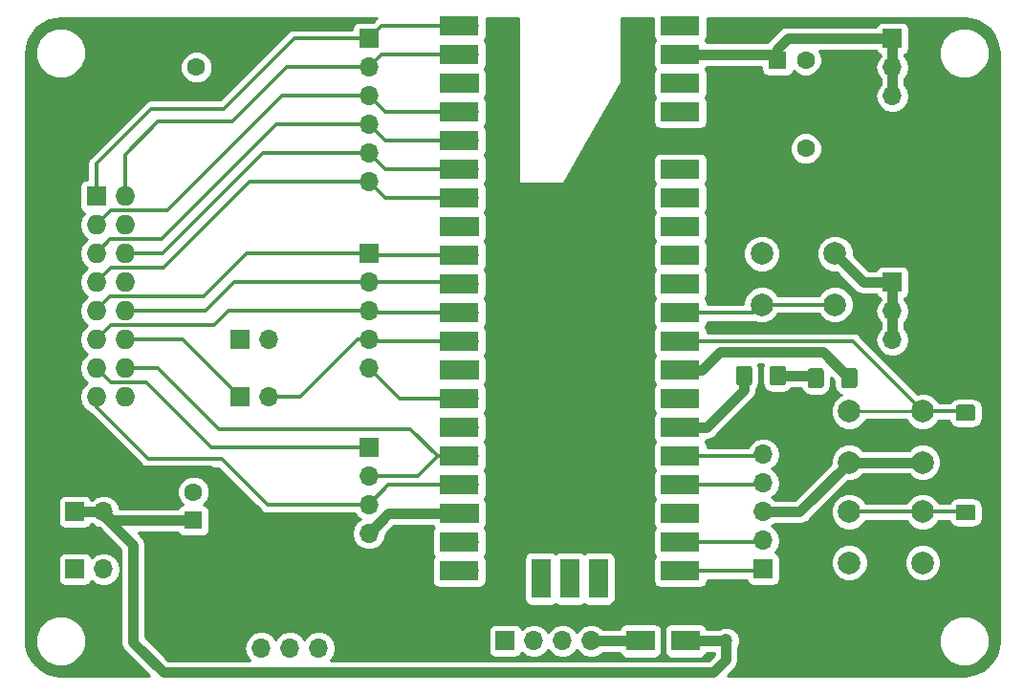
<source format=gbr>
G04 #@! TF.GenerationSoftware,KiCad,Pcbnew,5.0.2+dfsg1-1*
G04 #@! TF.CreationDate,2021-06-26T13:14:36+02:00*
G04 #@! TF.ProjectId,pico-hub75,7069636f-2d68-4756-9237-352e6b696361,rev?*
G04 #@! TF.SameCoordinates,Original*
G04 #@! TF.FileFunction,Copper,L1,Top*
G04 #@! TF.FilePolarity,Positive*
%FSLAX46Y46*%
G04 Gerber Fmt 4.6, Leading zero omitted, Abs format (unit mm)*
G04 Created by KiCad (PCBNEW 5.0.2+dfsg1-1) date sam. 26 juin 2021 13:14:36 CEST*
%MOMM*%
%LPD*%
G01*
G04 APERTURE LIST*
G04 #@! TA.AperFunction,ComponentPad*
%ADD10R,1.727200X1.727200*%
G04 #@! TD*
G04 #@! TA.AperFunction,ComponentPad*
%ADD11O,1.727200X1.727200*%
G04 #@! TD*
G04 #@! TA.AperFunction,ComponentPad*
%ADD12O,1.700000X1.700000*%
G04 #@! TD*
G04 #@! TA.AperFunction,ComponentPad*
%ADD13R,1.700000X1.700000*%
G04 #@! TD*
G04 #@! TA.AperFunction,SMDPad,CuDef*
%ADD14R,3.500000X1.700000*%
G04 #@! TD*
G04 #@! TA.AperFunction,SMDPad,CuDef*
%ADD15R,1.700000X3.500000*%
G04 #@! TD*
G04 #@! TA.AperFunction,SMDPad,CuDef*
%ADD16R,2.500000X1.800000*%
G04 #@! TD*
G04 #@! TA.AperFunction,ComponentPad*
%ADD17C,2.000000*%
G04 #@! TD*
G04 #@! TA.AperFunction,ComponentPad*
%ADD18R,1.600000X1.600000*%
G04 #@! TD*
G04 #@! TA.AperFunction,ComponentPad*
%ADD19C,1.600000*%
G04 #@! TD*
G04 #@! TA.AperFunction,Conductor*
%ADD20C,0.100000*%
G04 #@! TD*
G04 #@! TA.AperFunction,SMDPad,CuDef*
%ADD21C,1.425000*%
G04 #@! TD*
G04 #@! TA.AperFunction,ViaPad*
%ADD22C,1.200000*%
G04 #@! TD*
G04 #@! TA.AperFunction,Conductor*
%ADD23C,0.900000*%
G04 #@! TD*
G04 #@! TA.AperFunction,Conductor*
%ADD24C,0.350000*%
G04 #@! TD*
G04 #@! TA.AperFunction,Conductor*
%ADD25C,0.250000*%
G04 #@! TD*
G04 #@! TA.AperFunction,Conductor*
%ADD26C,0.254000*%
G04 #@! TD*
G04 APERTURE END LIST*
D10*
G04 #@! TO.P,J1,1*
G04 #@! TO.N,/R0_LV*
X159385000Y-69850000D03*
D11*
G04 #@! TO.P,J1,2*
G04 #@! TO.N,/G0_LV*
X161925000Y-69850000D03*
G04 #@! TO.P,J1,3*
G04 #@! TO.N,/B0_LV*
X159385000Y-72390000D03*
G04 #@! TO.P,J1,4*
G04 #@! TO.N,GND*
X161925000Y-72390000D03*
G04 #@! TO.P,J1,5*
G04 #@! TO.N,/R1_LV*
X159385000Y-74930000D03*
G04 #@! TO.P,J1,6*
G04 #@! TO.N,/G1_LV*
X161925000Y-74930000D03*
G04 #@! TO.P,J1,7*
G04 #@! TO.N,/B1_LV*
X159385000Y-77470000D03*
G04 #@! TO.P,J1,8*
G04 #@! TO.N,Net-(J1-Pad8)*
X161925000Y-77470000D03*
G04 #@! TO.P,J1,9*
G04 #@! TO.N,/A_LV*
X159385000Y-80010000D03*
G04 #@! TO.P,J1,10*
G04 #@! TO.N,/B_LV*
X161925000Y-80010000D03*
G04 #@! TO.P,J1,11*
G04 #@! TO.N,/C_LV*
X159385000Y-82550000D03*
G04 #@! TO.P,J1,12*
G04 #@! TO.N,Net-(J1-Pad12)*
X161925000Y-82550000D03*
G04 #@! TO.P,J1,13*
G04 #@! TO.N,/CLK_LV*
X159385000Y-85090000D03*
G04 #@! TO.P,J1,14*
G04 #@! TO.N,/STB_LV*
X161925000Y-85090000D03*
G04 #@! TO.P,J1,15*
G04 #@! TO.N,/OE_LV*
X159385000Y-87630000D03*
G04 #@! TO.P,J1,16*
G04 #@! TO.N,GND*
X161925000Y-87630000D03*
G04 #@! TD*
D12*
G04 #@! TO.P,U1,1*
G04 #@! TO.N,/R0_LV*
X192405000Y-54770000D03*
G04 #@! TO.P,U1,2*
G04 #@! TO.N,/G0_LV*
X192405000Y-57310000D03*
D13*
G04 #@! TO.P,U1,3*
G04 #@! TO.N,GND*
X192405000Y-59850000D03*
D12*
G04 #@! TO.P,U1,4*
G04 #@! TO.N,/B0_LV*
X192405000Y-62390000D03*
G04 #@! TO.P,U1,5*
G04 #@! TO.N,/R1_LV*
X192405000Y-64930000D03*
G04 #@! TO.P,U1,6*
G04 #@! TO.N,/G1_LV*
X192405000Y-67470000D03*
G04 #@! TO.P,U1,7*
G04 #@! TO.N,/B1_LV*
X192405000Y-70010000D03*
D13*
G04 #@! TO.P,U1,8*
G04 #@! TO.N,GND*
X192405000Y-72550000D03*
D12*
G04 #@! TO.P,U1,9*
G04 #@! TO.N,/A_LV*
X192405000Y-75090000D03*
G04 #@! TO.P,U1,10*
G04 #@! TO.N,/B_LV*
X192405000Y-77630000D03*
G04 #@! TO.P,U1,11*
G04 #@! TO.N,/C_LV*
X192405000Y-80170000D03*
G04 #@! TO.P,U1,12*
G04 #@! TO.N,/D_LV*
X192405000Y-82710000D03*
D13*
G04 #@! TO.P,U1,13*
G04 #@! TO.N,GND*
X192405000Y-85250000D03*
D12*
G04 #@! TO.P,U1,14*
G04 #@! TO.N,/E_LV*
X192405000Y-87790000D03*
G04 #@! TO.P,U1,15*
G04 #@! TO.N,/CLK_LV*
X192405000Y-90330000D03*
G04 #@! TO.P,U1,16*
G04 #@! TO.N,/STB_LV*
X192405000Y-92870000D03*
G04 #@! TO.P,U1,17*
G04 #@! TO.N,/OE_LV*
X192405000Y-95410000D03*
D13*
G04 #@! TO.P,U1,18*
G04 #@! TO.N,GND*
X192405000Y-97950000D03*
D12*
G04 #@! TO.P,U1,19*
G04 #@! TO.N,/SDA*
X192405000Y-100490000D03*
G04 #@! TO.P,U1,20*
G04 #@! TO.N,/SCL*
X192405000Y-103030000D03*
G04 #@! TO.P,U1,21*
G04 #@! TO.N,Net-(J5-Pad1)*
X210185000Y-103030000D03*
G04 #@! TO.P,U1,22*
G04 #@! TO.N,Net-(J5-Pad2)*
X210185000Y-100490000D03*
D13*
G04 #@! TO.P,U1,23*
G04 #@! TO.N,GND*
X210185000Y-97950000D03*
D12*
G04 #@! TO.P,U1,24*
G04 #@! TO.N,Net-(J5-Pad4)*
X210185000Y-95410000D03*
G04 #@! TO.P,U1,25*
G04 #@! TO.N,Net-(J5-Pad5)*
X210185000Y-92870000D03*
G04 #@! TO.P,U1,26*
G04 #@! TO.N,/LED*
X210185000Y-90330000D03*
G04 #@! TO.P,U1,27*
G04 #@! TO.N,/SW2*
X210185000Y-87790000D03*
D13*
G04 #@! TO.P,U1,28*
G04 #@! TO.N,GND*
X210185000Y-85250000D03*
D12*
G04 #@! TO.P,U1,29*
G04 #@! TO.N,/SW1*
X210185000Y-82710000D03*
G04 #@! TO.P,U1,30*
G04 #@! TO.N,/RUN*
X210185000Y-80170000D03*
G04 #@! TO.P,U1,31*
G04 #@! TO.N,Net-(U1-Pad31)*
X210185000Y-77630000D03*
G04 #@! TO.P,U1,32*
G04 #@! TO.N,Net-(U1-Pad32)*
X210185000Y-75090000D03*
D13*
G04 #@! TO.P,U1,33*
G04 #@! TO.N,Net-(U1-Pad33)*
X210185000Y-72550000D03*
D12*
G04 #@! TO.P,U1,34*
G04 #@! TO.N,Net-(U1-Pad34)*
X210185000Y-70010000D03*
G04 #@! TO.P,U1,35*
G04 #@! TO.N,Net-(U1-Pad35)*
X210185000Y-67470000D03*
G04 #@! TO.P,U1,36*
G04 #@! TO.N,+3V3*
X210185000Y-64930000D03*
G04 #@! TO.P,U1,37*
G04 #@! TO.N,Net-(U1-Pad37)*
X210185000Y-62390000D03*
D13*
G04 #@! TO.P,U1,38*
G04 #@! TO.N,GND*
X210185000Y-59850000D03*
D12*
G04 #@! TO.P,U1,39*
G04 #@! TO.N,+5V*
X210185000Y-57310000D03*
G04 #@! TO.P,U1,40*
G04 #@! TO.N,Net-(U1-Pad40)*
X210185000Y-54770000D03*
D14*
G04 #@! TO.P,U1,1*
G04 #@! TO.N,/R0_LV*
X191505000Y-54770000D03*
G04 #@! TO.P,U1,2*
G04 #@! TO.N,/G0_LV*
X191505000Y-57310000D03*
G04 #@! TO.P,U1,3*
G04 #@! TO.N,GND*
X191505000Y-59850000D03*
G04 #@! TO.P,U1,4*
G04 #@! TO.N,/B0_LV*
X191505000Y-62390000D03*
G04 #@! TO.P,U1,5*
G04 #@! TO.N,/R1_LV*
X191505000Y-64930000D03*
G04 #@! TO.P,U1,6*
G04 #@! TO.N,/G1_LV*
X191505000Y-67470000D03*
G04 #@! TO.P,U1,7*
G04 #@! TO.N,/B1_LV*
X191505000Y-70010000D03*
G04 #@! TO.P,U1,8*
G04 #@! TO.N,GND*
X191505000Y-72550000D03*
G04 #@! TO.P,U1,9*
G04 #@! TO.N,/A_LV*
X191505000Y-75090000D03*
G04 #@! TO.P,U1,10*
G04 #@! TO.N,/B_LV*
X191505000Y-77630000D03*
G04 #@! TO.P,U1,11*
G04 #@! TO.N,/C_LV*
X191505000Y-80170000D03*
G04 #@! TO.P,U1,12*
G04 #@! TO.N,/D_LV*
X191505000Y-82710000D03*
G04 #@! TO.P,U1,13*
G04 #@! TO.N,GND*
X191505000Y-85250000D03*
G04 #@! TO.P,U1,14*
G04 #@! TO.N,/E_LV*
X191505000Y-87790000D03*
G04 #@! TO.P,U1,15*
G04 #@! TO.N,/CLK_LV*
X191505000Y-90330000D03*
G04 #@! TO.P,U1,16*
G04 #@! TO.N,/STB_LV*
X191505000Y-92870000D03*
G04 #@! TO.P,U1,17*
G04 #@! TO.N,/OE_LV*
X191505000Y-95410000D03*
G04 #@! TO.P,U1,18*
G04 #@! TO.N,GND*
X191505000Y-97950000D03*
G04 #@! TO.P,U1,19*
G04 #@! TO.N,/SDA*
X191505000Y-100490000D03*
G04 #@! TO.P,U1,20*
G04 #@! TO.N,/SCL*
X191505000Y-103030000D03*
G04 #@! TO.P,U1,40*
G04 #@! TO.N,Net-(U1-Pad40)*
X211085000Y-54770000D03*
G04 #@! TO.P,U1,39*
G04 #@! TO.N,+5V*
X211085000Y-57310000D03*
G04 #@! TO.P,U1,38*
G04 #@! TO.N,GND*
X211085000Y-59850000D03*
G04 #@! TO.P,U1,37*
G04 #@! TO.N,Net-(U1-Pad37)*
X211085000Y-62390000D03*
G04 #@! TO.P,U1,36*
G04 #@! TO.N,+3V3*
X211085000Y-64930000D03*
G04 #@! TO.P,U1,35*
G04 #@! TO.N,Net-(U1-Pad35)*
X211085000Y-67470000D03*
G04 #@! TO.P,U1,34*
G04 #@! TO.N,Net-(U1-Pad34)*
X211085000Y-70010000D03*
G04 #@! TO.P,U1,33*
G04 #@! TO.N,Net-(U1-Pad33)*
X211085000Y-72550000D03*
G04 #@! TO.P,U1,32*
G04 #@! TO.N,Net-(U1-Pad32)*
X211085000Y-75090000D03*
G04 #@! TO.P,U1,31*
G04 #@! TO.N,Net-(U1-Pad31)*
X211085000Y-77630000D03*
G04 #@! TO.P,U1,30*
G04 #@! TO.N,/RUN*
X211085000Y-80170000D03*
G04 #@! TO.P,U1,29*
G04 #@! TO.N,/SW1*
X211085000Y-82710000D03*
G04 #@! TO.P,U1,28*
G04 #@! TO.N,GND*
X211085000Y-85250000D03*
G04 #@! TO.P,U1,27*
G04 #@! TO.N,/SW2*
X211085000Y-87790000D03*
G04 #@! TO.P,U1,26*
G04 #@! TO.N,/LED*
X211085000Y-90330000D03*
G04 #@! TO.P,U1,25*
G04 #@! TO.N,Net-(J5-Pad5)*
X211085000Y-92870000D03*
G04 #@! TO.P,U1,24*
G04 #@! TO.N,Net-(J5-Pad4)*
X211085000Y-95410000D03*
G04 #@! TO.P,U1,23*
G04 #@! TO.N,GND*
X211085000Y-97950000D03*
G04 #@! TO.P,U1,22*
G04 #@! TO.N,Net-(J5-Pad2)*
X211085000Y-100490000D03*
G04 #@! TO.P,U1,21*
G04 #@! TO.N,Net-(J5-Pad1)*
X211085000Y-103030000D03*
D15*
G04 #@! TO.P,U1,41*
G04 #@! TO.N,Net-(J10-Pad2)*
X198755000Y-103700000D03*
D12*
X198755000Y-102800000D03*
D15*
G04 #@! TO.P,U1,42*
G04 #@! TO.N,GND*
X201295000Y-103700000D03*
D13*
X201295000Y-102800000D03*
D15*
G04 #@! TO.P,U1,43*
G04 #@! TO.N,Net-(J10-Pad3)*
X203835000Y-103700000D03*
D12*
X203835000Y-102800000D03*
G04 #@! TD*
D13*
G04 #@! TO.P,JP1,1*
G04 #@! TO.N,Net-(J1-Pad8)*
X172085000Y-82550000D03*
D12*
G04 #@! TO.P,JP1,2*
G04 #@! TO.N,/E_LV*
X174625000Y-82550000D03*
G04 #@! TD*
D16*
G04 #@! TO.P,D1,1*
G04 #@! TO.N,+5V*
X211550000Y-109220000D03*
G04 #@! TO.P,D1,2*
G04 #@! TO.N,Net-(D1-Pad2)*
X207550000Y-109220000D03*
G04 #@! TD*
D12*
G04 #@! TO.P,J2,6*
G04 #@! TO.N,/B1_LV*
X183515000Y-68580000D03*
G04 #@! TO.P,J2,5*
G04 #@! TO.N,/G1_LV*
X183515000Y-66040000D03*
G04 #@! TO.P,J2,4*
G04 #@! TO.N,/R1_LV*
X183515000Y-63500000D03*
G04 #@! TO.P,J2,3*
G04 #@! TO.N,/B0_LV*
X183515000Y-60960000D03*
G04 #@! TO.P,J2,2*
G04 #@! TO.N,/G0_LV*
X183515000Y-58420000D03*
D13*
G04 #@! TO.P,J2,1*
G04 #@! TO.N,/R0_LV*
X183515000Y-55880000D03*
G04 #@! TD*
G04 #@! TO.P,J3,1*
G04 #@! TO.N,/A_LV*
X183515000Y-74930000D03*
D12*
G04 #@! TO.P,J3,2*
G04 #@! TO.N,/B_LV*
X183515000Y-77470000D03*
G04 #@! TO.P,J3,3*
G04 #@! TO.N,/C_LV*
X183515000Y-80010000D03*
G04 #@! TO.P,J3,4*
G04 #@! TO.N,/D_LV*
X183515000Y-82550000D03*
G04 #@! TO.P,J3,5*
G04 #@! TO.N,/E_LV*
X183515000Y-85090000D03*
G04 #@! TD*
D13*
G04 #@! TO.P,J5,1*
G04 #@! TO.N,Net-(J5-Pad1)*
X218440000Y-102870000D03*
D12*
G04 #@! TO.P,J5,2*
G04 #@! TO.N,Net-(J5-Pad2)*
X218440000Y-100330000D03*
G04 #@! TO.P,J5,3*
G04 #@! TO.N,GND*
X218440000Y-97790000D03*
G04 #@! TO.P,J5,4*
G04 #@! TO.N,Net-(J5-Pad4)*
X218440000Y-95250000D03*
G04 #@! TO.P,J5,5*
G04 #@! TO.N,Net-(J5-Pad5)*
X218440000Y-92710000D03*
G04 #@! TO.P,J5,6*
G04 #@! TO.N,+3V3*
X218440000Y-90170000D03*
G04 #@! TD*
D13*
G04 #@! TO.P,J6,1*
G04 #@! TO.N,GND*
X229870000Y-77470000D03*
D12*
G04 #@! TO.P,J6,2*
X229870000Y-80010000D03*
G04 #@! TO.P,J6,3*
X229870000Y-82550000D03*
G04 #@! TD*
G04 #@! TO.P,J7,3*
G04 #@! TO.N,+5V*
X229870000Y-60960000D03*
G04 #@! TO.P,J7,2*
X229870000Y-58420000D03*
D13*
G04 #@! TO.P,J7,1*
X229870000Y-55880000D03*
G04 #@! TD*
G04 #@! TO.P,J8,1*
G04 #@! TO.N,+3V3*
X229870000Y-66040000D03*
D12*
G04 #@! TO.P,J8,2*
X229870000Y-68580000D03*
G04 #@! TO.P,J8,3*
X229870000Y-71120000D03*
G04 #@! TD*
D13*
G04 #@! TO.P,J9,1*
G04 #@! TO.N,+3V3*
X171450000Y-109855000D03*
D12*
G04 #@! TO.P,J9,2*
G04 #@! TO.N,/SDA*
X173990000Y-109855000D03*
G04 #@! TO.P,J9,3*
G04 #@! TO.N,/SCL*
X176530000Y-109855000D03*
G04 #@! TO.P,J9,4*
G04 #@! TO.N,GND*
X179070000Y-109855000D03*
G04 #@! TD*
G04 #@! TO.P,J10,4*
G04 #@! TO.N,Net-(D1-Pad2)*
X203200000Y-109220000D03*
G04 #@! TO.P,J10,3*
G04 #@! TO.N,Net-(J10-Pad3)*
X200660000Y-109220000D03*
G04 #@! TO.P,J10,2*
G04 #@! TO.N,Net-(J10-Pad2)*
X198120000Y-109220000D03*
D13*
G04 #@! TO.P,J10,1*
G04 #@! TO.N,GND*
X195580000Y-109220000D03*
G04 #@! TD*
D17*
G04 #@! TO.P,SW1,2*
G04 #@! TO.N,GND*
X224790000Y-74930000D03*
G04 #@! TO.P,SW1,1*
G04 #@! TO.N,/RUN*
X224790000Y-79430000D03*
G04 #@! TO.P,SW1,2*
G04 #@! TO.N,GND*
X218290000Y-74930000D03*
G04 #@! TO.P,SW1,1*
G04 #@! TO.N,/RUN*
X218290000Y-79430000D03*
G04 #@! TD*
G04 #@! TO.P,SW2,1*
G04 #@! TO.N,/SW1*
X232560000Y-88900000D03*
G04 #@! TO.P,SW2,2*
G04 #@! TO.N,GND*
X232560000Y-93400000D03*
G04 #@! TO.P,SW2,1*
G04 #@! TO.N,/SW1*
X226060000Y-88900000D03*
G04 #@! TO.P,SW2,2*
G04 #@! TO.N,GND*
X226060000Y-93400000D03*
G04 #@! TD*
G04 #@! TO.P,SW3,2*
G04 #@! TO.N,GND*
X226060000Y-102290000D03*
G04 #@! TO.P,SW3,1*
G04 #@! TO.N,/SW2*
X226060000Y-97790000D03*
G04 #@! TO.P,SW3,2*
G04 #@! TO.N,GND*
X232560000Y-102290000D03*
G04 #@! TO.P,SW3,1*
G04 #@! TO.N,/SW2*
X232560000Y-97790000D03*
G04 #@! TD*
D18*
G04 #@! TO.P,C5,1*
G04 #@! TO.N,+3V3*
X219710000Y-65598040D03*
D19*
G04 #@! TO.P,C5,2*
G04 #@! TO.N,GND*
X222210000Y-65598040D03*
G04 #@! TD*
G04 #@! TO.P,C6,2*
G04 #@! TO.N,GND*
X222210000Y-57785000D03*
D18*
G04 #@! TO.P,C6,1*
G04 #@! TO.N,+5V*
X219710000Y-57785000D03*
G04 #@! TD*
G04 #@! TO.P,C7,1*
G04 #@! TO.N,+3V3*
X165735000Y-58420000D03*
D19*
G04 #@! TO.P,C7,2*
G04 #@! TO.N,GND*
X168235000Y-58420000D03*
G04 #@! TD*
G04 #@! TO.P,C8,2*
G04 #@! TO.N,GND*
X167970200Y-96052000D03*
D18*
G04 #@! TO.P,C8,1*
G04 #@! TO.N,+5V*
X167970200Y-98552000D03*
G04 #@! TD*
D20*
G04 #@! TO.N,GND*
G04 #@! TO.C,D2*
G36*
X226547004Y-85074724D02*
X226571273Y-85078324D01*
X226595071Y-85084285D01*
X226618171Y-85092550D01*
X226640349Y-85103040D01*
X226661393Y-85115653D01*
X226681098Y-85130267D01*
X226699277Y-85146743D01*
X226715753Y-85164922D01*
X226730367Y-85184627D01*
X226742980Y-85205671D01*
X226753470Y-85227849D01*
X226761735Y-85250949D01*
X226767696Y-85274747D01*
X226771296Y-85299016D01*
X226772500Y-85323520D01*
X226772500Y-86573520D01*
X226771296Y-86598024D01*
X226767696Y-86622293D01*
X226761735Y-86646091D01*
X226753470Y-86669191D01*
X226742980Y-86691369D01*
X226730367Y-86712413D01*
X226715753Y-86732118D01*
X226699277Y-86750297D01*
X226681098Y-86766773D01*
X226661393Y-86781387D01*
X226640349Y-86794000D01*
X226618171Y-86804490D01*
X226595071Y-86812755D01*
X226571273Y-86818716D01*
X226547004Y-86822316D01*
X226522500Y-86823520D01*
X225597500Y-86823520D01*
X225572996Y-86822316D01*
X225548727Y-86818716D01*
X225524929Y-86812755D01*
X225501829Y-86804490D01*
X225479651Y-86794000D01*
X225458607Y-86781387D01*
X225438902Y-86766773D01*
X225420723Y-86750297D01*
X225404247Y-86732118D01*
X225389633Y-86712413D01*
X225377020Y-86691369D01*
X225366530Y-86669191D01*
X225358265Y-86646091D01*
X225352304Y-86622293D01*
X225348704Y-86598024D01*
X225347500Y-86573520D01*
X225347500Y-85323520D01*
X225348704Y-85299016D01*
X225352304Y-85274747D01*
X225358265Y-85250949D01*
X225366530Y-85227849D01*
X225377020Y-85205671D01*
X225389633Y-85184627D01*
X225404247Y-85164922D01*
X225420723Y-85146743D01*
X225438902Y-85130267D01*
X225458607Y-85115653D01*
X225479651Y-85103040D01*
X225501829Y-85092550D01*
X225524929Y-85084285D01*
X225548727Y-85078324D01*
X225572996Y-85074724D01*
X225597500Y-85073520D01*
X226522500Y-85073520D01*
X226547004Y-85074724D01*
X226547004Y-85074724D01*
G37*
D21*
G04 #@! TD*
G04 #@! TO.P,D2,1*
G04 #@! TO.N,GND*
X226060000Y-85948520D03*
D20*
G04 #@! TO.N,Net-(D2-Pad2)*
G04 #@! TO.C,D2*
G36*
X223572004Y-85074724D02*
X223596273Y-85078324D01*
X223620071Y-85084285D01*
X223643171Y-85092550D01*
X223665349Y-85103040D01*
X223686393Y-85115653D01*
X223706098Y-85130267D01*
X223724277Y-85146743D01*
X223740753Y-85164922D01*
X223755367Y-85184627D01*
X223767980Y-85205671D01*
X223778470Y-85227849D01*
X223786735Y-85250949D01*
X223792696Y-85274747D01*
X223796296Y-85299016D01*
X223797500Y-85323520D01*
X223797500Y-86573520D01*
X223796296Y-86598024D01*
X223792696Y-86622293D01*
X223786735Y-86646091D01*
X223778470Y-86669191D01*
X223767980Y-86691369D01*
X223755367Y-86712413D01*
X223740753Y-86732118D01*
X223724277Y-86750297D01*
X223706098Y-86766773D01*
X223686393Y-86781387D01*
X223665349Y-86794000D01*
X223643171Y-86804490D01*
X223620071Y-86812755D01*
X223596273Y-86818716D01*
X223572004Y-86822316D01*
X223547500Y-86823520D01*
X222622500Y-86823520D01*
X222597996Y-86822316D01*
X222573727Y-86818716D01*
X222549929Y-86812755D01*
X222526829Y-86804490D01*
X222504651Y-86794000D01*
X222483607Y-86781387D01*
X222463902Y-86766773D01*
X222445723Y-86750297D01*
X222429247Y-86732118D01*
X222414633Y-86712413D01*
X222402020Y-86691369D01*
X222391530Y-86669191D01*
X222383265Y-86646091D01*
X222377304Y-86622293D01*
X222373704Y-86598024D01*
X222372500Y-86573520D01*
X222372500Y-85323520D01*
X222373704Y-85299016D01*
X222377304Y-85274747D01*
X222383265Y-85250949D01*
X222391530Y-85227849D01*
X222402020Y-85205671D01*
X222414633Y-85184627D01*
X222429247Y-85164922D01*
X222445723Y-85146743D01*
X222463902Y-85130267D01*
X222483607Y-85115653D01*
X222504651Y-85103040D01*
X222526829Y-85092550D01*
X222549929Y-85084285D01*
X222573727Y-85078324D01*
X222597996Y-85074724D01*
X222622500Y-85073520D01*
X223547500Y-85073520D01*
X223572004Y-85074724D01*
X223572004Y-85074724D01*
G37*
D21*
G04 #@! TD*
G04 #@! TO.P,D2,2*
G04 #@! TO.N,Net-(D2-Pad2)*
X223085000Y-85948520D03*
D13*
G04 #@! TO.P,JP2,1*
G04 #@! TO.N,Net-(J1-Pad12)*
X172085000Y-87630000D03*
D12*
G04 #@! TO.P,JP2,2*
G04 #@! TO.N,/D_LV*
X174625000Y-87630000D03*
G04 #@! TD*
D20*
G04 #@! TO.N,+3V3*
G04 #@! TO.C,R1*
G36*
X236996504Y-94157704D02*
X237020773Y-94161304D01*
X237044571Y-94167265D01*
X237067671Y-94175530D01*
X237089849Y-94186020D01*
X237110893Y-94198633D01*
X237130598Y-94213247D01*
X237148777Y-94229723D01*
X237165253Y-94247902D01*
X237179867Y-94267607D01*
X237192480Y-94288651D01*
X237202970Y-94310829D01*
X237211235Y-94333929D01*
X237217196Y-94357727D01*
X237220796Y-94381996D01*
X237222000Y-94406500D01*
X237222000Y-95331500D01*
X237220796Y-95356004D01*
X237217196Y-95380273D01*
X237211235Y-95404071D01*
X237202970Y-95427171D01*
X237192480Y-95449349D01*
X237179867Y-95470393D01*
X237165253Y-95490098D01*
X237148777Y-95508277D01*
X237130598Y-95524753D01*
X237110893Y-95539367D01*
X237089849Y-95551980D01*
X237067671Y-95562470D01*
X237044571Y-95570735D01*
X237020773Y-95576696D01*
X236996504Y-95580296D01*
X236972000Y-95581500D01*
X235722000Y-95581500D01*
X235697496Y-95580296D01*
X235673227Y-95576696D01*
X235649429Y-95570735D01*
X235626329Y-95562470D01*
X235604151Y-95551980D01*
X235583107Y-95539367D01*
X235563402Y-95524753D01*
X235545223Y-95508277D01*
X235528747Y-95490098D01*
X235514133Y-95470393D01*
X235501520Y-95449349D01*
X235491030Y-95427171D01*
X235482765Y-95404071D01*
X235476804Y-95380273D01*
X235473204Y-95356004D01*
X235472000Y-95331500D01*
X235472000Y-94406500D01*
X235473204Y-94381996D01*
X235476804Y-94357727D01*
X235482765Y-94333929D01*
X235491030Y-94310829D01*
X235501520Y-94288651D01*
X235514133Y-94267607D01*
X235528747Y-94247902D01*
X235545223Y-94229723D01*
X235563402Y-94213247D01*
X235583107Y-94198633D01*
X235604151Y-94186020D01*
X235626329Y-94175530D01*
X235649429Y-94167265D01*
X235673227Y-94161304D01*
X235697496Y-94157704D01*
X235722000Y-94156500D01*
X236972000Y-94156500D01*
X236996504Y-94157704D01*
X236996504Y-94157704D01*
G37*
D21*
G04 #@! TD*
G04 #@! TO.P,R1,1*
G04 #@! TO.N,+3V3*
X236347000Y-94869000D03*
D20*
G04 #@! TO.N,/SW2*
G04 #@! TO.C,R1*
G36*
X236996504Y-97132704D02*
X237020773Y-97136304D01*
X237044571Y-97142265D01*
X237067671Y-97150530D01*
X237089849Y-97161020D01*
X237110893Y-97173633D01*
X237130598Y-97188247D01*
X237148777Y-97204723D01*
X237165253Y-97222902D01*
X237179867Y-97242607D01*
X237192480Y-97263651D01*
X237202970Y-97285829D01*
X237211235Y-97308929D01*
X237217196Y-97332727D01*
X237220796Y-97356996D01*
X237222000Y-97381500D01*
X237222000Y-98306500D01*
X237220796Y-98331004D01*
X237217196Y-98355273D01*
X237211235Y-98379071D01*
X237202970Y-98402171D01*
X237192480Y-98424349D01*
X237179867Y-98445393D01*
X237165253Y-98465098D01*
X237148777Y-98483277D01*
X237130598Y-98499753D01*
X237110893Y-98514367D01*
X237089849Y-98526980D01*
X237067671Y-98537470D01*
X237044571Y-98545735D01*
X237020773Y-98551696D01*
X236996504Y-98555296D01*
X236972000Y-98556500D01*
X235722000Y-98556500D01*
X235697496Y-98555296D01*
X235673227Y-98551696D01*
X235649429Y-98545735D01*
X235626329Y-98537470D01*
X235604151Y-98526980D01*
X235583107Y-98514367D01*
X235563402Y-98499753D01*
X235545223Y-98483277D01*
X235528747Y-98465098D01*
X235514133Y-98445393D01*
X235501520Y-98424349D01*
X235491030Y-98402171D01*
X235482765Y-98379071D01*
X235476804Y-98355273D01*
X235473204Y-98331004D01*
X235472000Y-98306500D01*
X235472000Y-97381500D01*
X235473204Y-97356996D01*
X235476804Y-97332727D01*
X235482765Y-97308929D01*
X235491030Y-97285829D01*
X235501520Y-97263651D01*
X235514133Y-97242607D01*
X235528747Y-97222902D01*
X235545223Y-97204723D01*
X235563402Y-97188247D01*
X235583107Y-97173633D01*
X235604151Y-97161020D01*
X235626329Y-97150530D01*
X235649429Y-97142265D01*
X235673227Y-97136304D01*
X235697496Y-97132704D01*
X235722000Y-97131500D01*
X236972000Y-97131500D01*
X236996504Y-97132704D01*
X236996504Y-97132704D01*
G37*
D21*
G04 #@! TD*
G04 #@! TO.P,R1,2*
G04 #@! TO.N,/SW2*
X236347000Y-97844000D03*
D20*
G04 #@! TO.N,/SW1*
G04 #@! TO.C,R2*
G36*
X236996504Y-88315704D02*
X237020773Y-88319304D01*
X237044571Y-88325265D01*
X237067671Y-88333530D01*
X237089849Y-88344020D01*
X237110893Y-88356633D01*
X237130598Y-88371247D01*
X237148777Y-88387723D01*
X237165253Y-88405902D01*
X237179867Y-88425607D01*
X237192480Y-88446651D01*
X237202970Y-88468829D01*
X237211235Y-88491929D01*
X237217196Y-88515727D01*
X237220796Y-88539996D01*
X237222000Y-88564500D01*
X237222000Y-89489500D01*
X237220796Y-89514004D01*
X237217196Y-89538273D01*
X237211235Y-89562071D01*
X237202970Y-89585171D01*
X237192480Y-89607349D01*
X237179867Y-89628393D01*
X237165253Y-89648098D01*
X237148777Y-89666277D01*
X237130598Y-89682753D01*
X237110893Y-89697367D01*
X237089849Y-89709980D01*
X237067671Y-89720470D01*
X237044571Y-89728735D01*
X237020773Y-89734696D01*
X236996504Y-89738296D01*
X236972000Y-89739500D01*
X235722000Y-89739500D01*
X235697496Y-89738296D01*
X235673227Y-89734696D01*
X235649429Y-89728735D01*
X235626329Y-89720470D01*
X235604151Y-89709980D01*
X235583107Y-89697367D01*
X235563402Y-89682753D01*
X235545223Y-89666277D01*
X235528747Y-89648098D01*
X235514133Y-89628393D01*
X235501520Y-89607349D01*
X235491030Y-89585171D01*
X235482765Y-89562071D01*
X235476804Y-89538273D01*
X235473204Y-89514004D01*
X235472000Y-89489500D01*
X235472000Y-88564500D01*
X235473204Y-88539996D01*
X235476804Y-88515727D01*
X235482765Y-88491929D01*
X235491030Y-88468829D01*
X235501520Y-88446651D01*
X235514133Y-88425607D01*
X235528747Y-88405902D01*
X235545223Y-88387723D01*
X235563402Y-88371247D01*
X235583107Y-88356633D01*
X235604151Y-88344020D01*
X235626329Y-88333530D01*
X235649429Y-88325265D01*
X235673227Y-88319304D01*
X235697496Y-88315704D01*
X235722000Y-88314500D01*
X236972000Y-88314500D01*
X236996504Y-88315704D01*
X236996504Y-88315704D01*
G37*
D21*
G04 #@! TD*
G04 #@! TO.P,R2,2*
G04 #@! TO.N,/SW1*
X236347000Y-89027000D03*
D20*
G04 #@! TO.N,+3V3*
G04 #@! TO.C,R2*
G36*
X236996504Y-91290704D02*
X237020773Y-91294304D01*
X237044571Y-91300265D01*
X237067671Y-91308530D01*
X237089849Y-91319020D01*
X237110893Y-91331633D01*
X237130598Y-91346247D01*
X237148777Y-91362723D01*
X237165253Y-91380902D01*
X237179867Y-91400607D01*
X237192480Y-91421651D01*
X237202970Y-91443829D01*
X237211235Y-91466929D01*
X237217196Y-91490727D01*
X237220796Y-91514996D01*
X237222000Y-91539500D01*
X237222000Y-92464500D01*
X237220796Y-92489004D01*
X237217196Y-92513273D01*
X237211235Y-92537071D01*
X237202970Y-92560171D01*
X237192480Y-92582349D01*
X237179867Y-92603393D01*
X237165253Y-92623098D01*
X237148777Y-92641277D01*
X237130598Y-92657753D01*
X237110893Y-92672367D01*
X237089849Y-92684980D01*
X237067671Y-92695470D01*
X237044571Y-92703735D01*
X237020773Y-92709696D01*
X236996504Y-92713296D01*
X236972000Y-92714500D01*
X235722000Y-92714500D01*
X235697496Y-92713296D01*
X235673227Y-92709696D01*
X235649429Y-92703735D01*
X235626329Y-92695470D01*
X235604151Y-92684980D01*
X235583107Y-92672367D01*
X235563402Y-92657753D01*
X235545223Y-92641277D01*
X235528747Y-92623098D01*
X235514133Y-92603393D01*
X235501520Y-92582349D01*
X235491030Y-92560171D01*
X235482765Y-92537071D01*
X235476804Y-92513273D01*
X235473204Y-92489004D01*
X235472000Y-92464500D01*
X235472000Y-91539500D01*
X235473204Y-91514996D01*
X235476804Y-91490727D01*
X235482765Y-91466929D01*
X235491030Y-91443829D01*
X235501520Y-91421651D01*
X235514133Y-91400607D01*
X235528747Y-91380902D01*
X235545223Y-91362723D01*
X235563402Y-91346247D01*
X235583107Y-91331633D01*
X235604151Y-91319020D01*
X235626329Y-91308530D01*
X235649429Y-91300265D01*
X235673227Y-91294304D01*
X235697496Y-91290704D01*
X235722000Y-91289500D01*
X236972000Y-91289500D01*
X236996504Y-91290704D01*
X236996504Y-91290704D01*
G37*
D21*
G04 #@! TD*
G04 #@! TO.P,R2,1*
G04 #@! TO.N,+3V3*
X236347000Y-92002000D03*
D20*
G04 #@! TO.N,Net-(D2-Pad2)*
G04 #@! TO.C,R3*
G36*
X220197004Y-84851204D02*
X220221273Y-84854804D01*
X220245071Y-84860765D01*
X220268171Y-84869030D01*
X220290349Y-84879520D01*
X220311393Y-84892133D01*
X220331098Y-84906747D01*
X220349277Y-84923223D01*
X220365753Y-84941402D01*
X220380367Y-84961107D01*
X220392980Y-84982151D01*
X220403470Y-85004329D01*
X220411735Y-85027429D01*
X220417696Y-85051227D01*
X220421296Y-85075496D01*
X220422500Y-85100000D01*
X220422500Y-86350000D01*
X220421296Y-86374504D01*
X220417696Y-86398773D01*
X220411735Y-86422571D01*
X220403470Y-86445671D01*
X220392980Y-86467849D01*
X220380367Y-86488893D01*
X220365753Y-86508598D01*
X220349277Y-86526777D01*
X220331098Y-86543253D01*
X220311393Y-86557867D01*
X220290349Y-86570480D01*
X220268171Y-86580970D01*
X220245071Y-86589235D01*
X220221273Y-86595196D01*
X220197004Y-86598796D01*
X220172500Y-86600000D01*
X219247500Y-86600000D01*
X219222996Y-86598796D01*
X219198727Y-86595196D01*
X219174929Y-86589235D01*
X219151829Y-86580970D01*
X219129651Y-86570480D01*
X219108607Y-86557867D01*
X219088902Y-86543253D01*
X219070723Y-86526777D01*
X219054247Y-86508598D01*
X219039633Y-86488893D01*
X219027020Y-86467849D01*
X219016530Y-86445671D01*
X219008265Y-86422571D01*
X219002304Y-86398773D01*
X218998704Y-86374504D01*
X218997500Y-86350000D01*
X218997500Y-85100000D01*
X218998704Y-85075496D01*
X219002304Y-85051227D01*
X219008265Y-85027429D01*
X219016530Y-85004329D01*
X219027020Y-84982151D01*
X219039633Y-84961107D01*
X219054247Y-84941402D01*
X219070723Y-84923223D01*
X219088902Y-84906747D01*
X219108607Y-84892133D01*
X219129651Y-84879520D01*
X219151829Y-84869030D01*
X219174929Y-84860765D01*
X219198727Y-84854804D01*
X219222996Y-84851204D01*
X219247500Y-84850000D01*
X220172500Y-84850000D01*
X220197004Y-84851204D01*
X220197004Y-84851204D01*
G37*
D21*
G04 #@! TD*
G04 #@! TO.P,R3,1*
G04 #@! TO.N,Net-(D2-Pad2)*
X219710000Y-85725000D03*
D20*
G04 #@! TO.N,/LED*
G04 #@! TO.C,R3*
G36*
X217222004Y-84851204D02*
X217246273Y-84854804D01*
X217270071Y-84860765D01*
X217293171Y-84869030D01*
X217315349Y-84879520D01*
X217336393Y-84892133D01*
X217356098Y-84906747D01*
X217374277Y-84923223D01*
X217390753Y-84941402D01*
X217405367Y-84961107D01*
X217417980Y-84982151D01*
X217428470Y-85004329D01*
X217436735Y-85027429D01*
X217442696Y-85051227D01*
X217446296Y-85075496D01*
X217447500Y-85100000D01*
X217447500Y-86350000D01*
X217446296Y-86374504D01*
X217442696Y-86398773D01*
X217436735Y-86422571D01*
X217428470Y-86445671D01*
X217417980Y-86467849D01*
X217405367Y-86488893D01*
X217390753Y-86508598D01*
X217374277Y-86526777D01*
X217356098Y-86543253D01*
X217336393Y-86557867D01*
X217315349Y-86570480D01*
X217293171Y-86580970D01*
X217270071Y-86589235D01*
X217246273Y-86595196D01*
X217222004Y-86598796D01*
X217197500Y-86600000D01*
X216272500Y-86600000D01*
X216247996Y-86598796D01*
X216223727Y-86595196D01*
X216199929Y-86589235D01*
X216176829Y-86580970D01*
X216154651Y-86570480D01*
X216133607Y-86557867D01*
X216113902Y-86543253D01*
X216095723Y-86526777D01*
X216079247Y-86508598D01*
X216064633Y-86488893D01*
X216052020Y-86467849D01*
X216041530Y-86445671D01*
X216033265Y-86422571D01*
X216027304Y-86398773D01*
X216023704Y-86374504D01*
X216022500Y-86350000D01*
X216022500Y-85100000D01*
X216023704Y-85075496D01*
X216027304Y-85051227D01*
X216033265Y-85027429D01*
X216041530Y-85004329D01*
X216052020Y-84982151D01*
X216064633Y-84961107D01*
X216079247Y-84941402D01*
X216095723Y-84923223D01*
X216113902Y-84906747D01*
X216133607Y-84892133D01*
X216154651Y-84879520D01*
X216176829Y-84869030D01*
X216199929Y-84860765D01*
X216223727Y-84854804D01*
X216247996Y-84851204D01*
X216272500Y-84850000D01*
X217197500Y-84850000D01*
X217222004Y-84851204D01*
X217222004Y-84851204D01*
G37*
D21*
G04 #@! TD*
G04 #@! TO.P,R3,2*
G04 #@! TO.N,/LED*
X216735000Y-85725000D03*
D13*
G04 #@! TO.P,J4,1*
G04 #@! TO.N,/CLK_LV*
X183515000Y-92075000D03*
D12*
G04 #@! TO.P,J4,2*
G04 #@! TO.N,/STB_LV*
X183515000Y-94615000D03*
G04 #@! TO.P,J4,3*
G04 #@! TO.N,/OE_LV*
X183515000Y-97155000D03*
G04 #@! TO.P,J4,4*
G04 #@! TO.N,GND*
X183515000Y-99695000D03*
G04 #@! TD*
G04 #@! TO.P,+5V,2*
G04 #@! TO.N,+5V*
X160020000Y-97790000D03*
D13*
G04 #@! TO.P,+5V,1*
X157480000Y-97790000D03*
G04 #@! TD*
G04 #@! TO.P,+3V3,1*
G04 #@! TO.N,+3V3*
X165735000Y-102870000D03*
D12*
G04 #@! TO.P,+3V3,2*
X168275000Y-102870000D03*
G04 #@! TD*
D13*
G04 #@! TO.P,GND,1*
G04 #@! TO.N,GND*
X157480000Y-102870000D03*
D12*
G04 #@! TO.P,GND,2*
X160020000Y-102870000D03*
G04 #@! TD*
D22*
G04 #@! TO.N,+5V*
X215138000Y-109220000D03*
G04 #@! TD*
D23*
G04 #@! TO.N,GND*
X226060000Y-93400000D02*
X232560000Y-93400000D01*
X218440000Y-97790000D02*
X221670000Y-97790000D01*
X221670000Y-97790000D02*
X226060000Y-93400000D01*
X229870000Y-77470000D02*
X227330000Y-77470000D01*
X227330000Y-77470000D02*
X224790000Y-74930000D01*
X229870000Y-80010000D02*
X229870000Y-77470000D01*
X229870000Y-82550000D02*
X229870000Y-80010000D01*
X212996800Y-85250000D02*
X210185000Y-85250000D01*
X214594440Y-83652360D02*
X212996800Y-85250000D01*
X226060000Y-85948520D02*
X223763840Y-83652360D01*
X223763840Y-83652360D02*
X214594440Y-83652360D01*
X185260000Y-97950000D02*
X183515000Y-99695000D01*
X192405000Y-97950000D02*
X185260000Y-97950000D01*
G04 #@! TO.N,+3V3*
X210185000Y-64930000D02*
X207104000Y-64930000D01*
X207104000Y-64930000D02*
X196723000Y-75311000D01*
X196723000Y-75311000D02*
X196723000Y-103886000D01*
X196723000Y-103886000D02*
X194310000Y-106299000D01*
X229870000Y-66040000D02*
X229870000Y-68580000D01*
X229870000Y-68580000D02*
X229870000Y-71120000D01*
X229870000Y-71120000D02*
X230378000Y-71120000D01*
X230378000Y-71120000D02*
X238734600Y-79476600D01*
X238734600Y-100177600D02*
X232232200Y-106680000D01*
X194259200Y-106680000D02*
X193878200Y-106299000D01*
X232232200Y-106680000D02*
X194259200Y-106680000D01*
X194310000Y-106299000D02*
X193878200Y-106299000D01*
X233654600Y-91236800D02*
X223342200Y-91236800D01*
X222275400Y-90170000D02*
X218440000Y-90170000D01*
X223342200Y-91236800D02*
X222275400Y-90170000D01*
X238734600Y-79476600D02*
X238734600Y-94767400D01*
X238734600Y-94767400D02*
X238734600Y-100177600D01*
X233957300Y-91539500D02*
X236347000Y-91539500D01*
X233654600Y-91236800D02*
X233957300Y-91539500D01*
X238170500Y-95331500D02*
X238734600Y-94767400D01*
X236347000Y-95331500D02*
X238170500Y-95331500D01*
X236347000Y-91539500D02*
X236347000Y-95331500D01*
X219041960Y-64930000D02*
X219710000Y-65598040D01*
X210185000Y-64930000D02*
X219041960Y-64930000D01*
X219710000Y-65598040D02*
X219710000Y-64576960D01*
X219710000Y-64576960D02*
X221269560Y-63017400D01*
X226847400Y-63017400D02*
X229870000Y-66040000D01*
X221269560Y-63017400D02*
X226847400Y-63017400D01*
X171704000Y-106299000D02*
X168275000Y-102870000D01*
X193878200Y-106299000D02*
X171704000Y-106299000D01*
X168275000Y-102870000D02*
X165735000Y-102870000D01*
X154686000Y-88392000D02*
X154686000Y-64008000D01*
X160274000Y-58420000D02*
X165735000Y-58420000D01*
X154686000Y-64008000D02*
X160274000Y-58420000D01*
X171450000Y-106045000D02*
X168275000Y-102870000D01*
X171450000Y-109855000D02*
X171450000Y-106045000D01*
X168275000Y-102870000D02*
X168275000Y-102235000D01*
X168275000Y-102235000D02*
X170992800Y-99517200D01*
X170992800Y-99517200D02*
X170992800Y-95732600D01*
X170992800Y-95732600D02*
X169418000Y-94157800D01*
X169418000Y-94157800D02*
X160451800Y-94157800D01*
X160451800Y-94157800D02*
X157581600Y-91287600D01*
X157861000Y-91567000D02*
X157581600Y-91287600D01*
X157581600Y-91287600D02*
X154686000Y-88392000D01*
D24*
G04 #@! TO.N,/B1_LV*
X184945000Y-70010000D02*
X183515000Y-68580000D01*
X192405000Y-70010000D02*
X184945000Y-70010000D01*
X159385000Y-77470000D02*
X159385000Y-77419200D01*
X159385000Y-77419200D02*
X160629600Y-76174600D01*
X160629600Y-76174600D02*
X165328600Y-76174600D01*
X172923200Y-68580000D02*
X183515000Y-68580000D01*
X165328600Y-76174600D02*
X172923200Y-68580000D01*
G04 #@! TO.N,/G1_LV*
X184945000Y-67470000D02*
X183515000Y-66040000D01*
X192405000Y-67470000D02*
X184945000Y-67470000D01*
X161925000Y-74930000D02*
X165277800Y-74930000D01*
X174167800Y-66040000D02*
X183515000Y-66040000D01*
X165277800Y-74930000D02*
X174167800Y-66040000D01*
G04 #@! TO.N,/R1_LV*
X184945000Y-64930000D02*
X183515000Y-63500000D01*
X192405000Y-64930000D02*
X184945000Y-64930000D01*
X159385000Y-74930000D02*
X159385000Y-74879200D01*
X159385000Y-74879200D02*
X160604200Y-73660000D01*
X160604200Y-73660000D02*
X165176200Y-73660000D01*
X175336200Y-63500000D02*
X183515000Y-63500000D01*
X165176200Y-73660000D02*
X175336200Y-63500000D01*
G04 #@! TO.N,/B0_LV*
X184945000Y-62390000D02*
X183515000Y-60960000D01*
X192405000Y-62390000D02*
X184945000Y-62390000D01*
X159385000Y-72390000D02*
X159410400Y-72390000D01*
X159410400Y-72390000D02*
X160705800Y-71094600D01*
X160705800Y-71094600D02*
X165658800Y-71094600D01*
X175793400Y-60960000D02*
X183515000Y-60960000D01*
X165658800Y-71094600D02*
X175793400Y-60960000D01*
G04 #@! TO.N,/G0_LV*
X184625000Y-57310000D02*
X183515000Y-58420000D01*
X192405000Y-57310000D02*
X184625000Y-57310000D01*
X161925000Y-69850000D02*
X161925000Y-66141600D01*
X161925000Y-66141600D02*
X164846000Y-63220600D01*
X164846000Y-63220600D02*
X171450000Y-63220600D01*
X176250600Y-58420000D02*
X183515000Y-58420000D01*
X171450000Y-63220600D02*
X176250600Y-58420000D01*
G04 #@! TO.N,/R0_LV*
X184625000Y-54770000D02*
X183515000Y-55880000D01*
X192405000Y-54770000D02*
X184625000Y-54770000D01*
X159385000Y-69850000D02*
X159385000Y-66979800D01*
X159385000Y-66979800D02*
X164261800Y-62103000D01*
X164261800Y-62103000D02*
X170688000Y-62103000D01*
X176911000Y-55880000D02*
X183515000Y-55880000D01*
X170688000Y-62103000D02*
X176911000Y-55880000D01*
D23*
G04 #@! TO.N,+5V*
X211550000Y-109220000D02*
X215138000Y-109220000D01*
X219235000Y-57310000D02*
X219710000Y-57785000D01*
X210185000Y-57310000D02*
X219235000Y-57310000D01*
X229870000Y-55880000D02*
X220599000Y-55880000D01*
X219710000Y-56769000D02*
X219710000Y-57785000D01*
X220599000Y-55880000D02*
X219710000Y-56769000D01*
X229870000Y-55880000D02*
X229870000Y-58420000D01*
X229870000Y-58420000D02*
X229870000Y-60960000D01*
X215138000Y-110871000D02*
X213995000Y-112014000D01*
X215138000Y-109220000D02*
X215138000Y-110871000D01*
X157480000Y-97790000D02*
X160020000Y-97790000D01*
X160782000Y-98552000D02*
X160020000Y-97790000D01*
X167970200Y-98552000D02*
X160782000Y-98552000D01*
X160020000Y-97790000D02*
X160020000Y-98094800D01*
X160020000Y-98094800D02*
X162636200Y-100711000D01*
X162636200Y-100711000D02*
X162636200Y-109321600D01*
X165328600Y-112014000D02*
X213995000Y-112014000D01*
X162636200Y-109321600D02*
X165328600Y-112014000D01*
D24*
G04 #@! TO.N,/A_LV*
X183675000Y-75090000D02*
X183515000Y-74930000D01*
X192405000Y-75090000D02*
X183675000Y-75090000D01*
X159385000Y-80010000D02*
X159385000Y-79933800D01*
X159385000Y-79933800D02*
X160578800Y-78740000D01*
X160578800Y-78740000D02*
X168859200Y-78740000D01*
X172669200Y-74930000D02*
X183515000Y-74930000D01*
X168859200Y-78740000D02*
X172669200Y-74930000D01*
G04 #@! TO.N,/B_LV*
X192245000Y-77470000D02*
X192405000Y-77630000D01*
X183515000Y-77470000D02*
X192245000Y-77470000D01*
X161925000Y-80010000D02*
X169037000Y-80010000D01*
X171577000Y-77470000D02*
X183515000Y-77470000D01*
X169037000Y-80010000D02*
X171577000Y-77470000D01*
G04 #@! TO.N,/C_LV*
X183675000Y-80170000D02*
X183515000Y-80010000D01*
X192405000Y-80170000D02*
X183675000Y-80170000D01*
X159385000Y-82550000D02*
X159385000Y-82524600D01*
X159385000Y-82524600D02*
X160629600Y-81280000D01*
X160629600Y-81280000D02*
X169849800Y-81280000D01*
X171119800Y-80010000D02*
X183515000Y-80010000D01*
X169849800Y-81280000D02*
X171119800Y-80010000D01*
G04 #@! TO.N,/D_LV*
X183675000Y-82710000D02*
X183515000Y-82550000D01*
X192405000Y-82710000D02*
X183675000Y-82710000D01*
X174625000Y-87630000D02*
X177444400Y-87630000D01*
X182524400Y-82550000D02*
X183515000Y-82550000D01*
X177444400Y-87630000D02*
X182524400Y-82550000D01*
G04 #@! TO.N,/E_LV*
X186215000Y-87790000D02*
X183515000Y-85090000D01*
X192405000Y-87790000D02*
X186215000Y-87790000D01*
G04 #@! TO.N,/CLK_LV*
X159385000Y-85090000D02*
X159435800Y-85090000D01*
X159435800Y-85090000D02*
X160680400Y-86334600D01*
X160680400Y-86334600D02*
X163779200Y-86334600D01*
X169519600Y-92075000D02*
X183515000Y-92075000D01*
X163779200Y-86334600D02*
X169519600Y-92075000D01*
G04 #@! TO.N,/STB_LV*
X161925000Y-85090000D02*
X164846000Y-85090000D01*
X164846000Y-85090000D02*
X170230800Y-90474800D01*
X170230800Y-90474800D02*
X187198000Y-90474800D01*
X183515000Y-94615000D02*
X187848200Y-94615000D01*
X187848200Y-94615000D02*
X189593200Y-92870000D01*
X189593200Y-92870000D02*
X187198000Y-90474800D01*
X192405000Y-92870000D02*
X189593200Y-92870000D01*
G04 #@! TO.N,/OE_LV*
X183515000Y-97155000D02*
X174548800Y-97155000D01*
X174548800Y-97155000D02*
X170510200Y-93116400D01*
X170510200Y-93116400D02*
X163982400Y-93116400D01*
X159385000Y-88519000D02*
X159385000Y-87630000D01*
X163982400Y-93116400D02*
X159385000Y-88519000D01*
X185260000Y-95410000D02*
X192405000Y-95410000D01*
X183515000Y-97155000D02*
X185260000Y-95410000D01*
D23*
G04 #@! TO.N,Net-(D1-Pad2)*
X203200000Y-109220000D02*
X207550000Y-109220000D01*
D25*
G04 #@! TO.N,Net-(J5-Pad1)*
X210345000Y-102870000D02*
X210185000Y-103030000D01*
D24*
X218280000Y-103030000D02*
X218440000Y-102870000D01*
X210185000Y-103030000D02*
X218280000Y-103030000D01*
G04 #@! TO.N,Net-(J5-Pad2)*
X218280000Y-100490000D02*
X218440000Y-100330000D01*
X210185000Y-100490000D02*
X218280000Y-100490000D01*
G04 #@! TO.N,Net-(J5-Pad4)*
X218280000Y-95410000D02*
X218440000Y-95250000D01*
X210185000Y-95410000D02*
X218280000Y-95410000D01*
G04 #@! TO.N,Net-(J5-Pad5)*
X218280000Y-92870000D02*
X218440000Y-92710000D01*
X210185000Y-92870000D02*
X218280000Y-92870000D01*
D25*
G04 #@! TO.N,/SW2*
X236293000Y-97790000D02*
X236347000Y-97844000D01*
D24*
X232614000Y-97844000D02*
X232560000Y-97790000D01*
X226060000Y-97790000D02*
X232560000Y-97790000D01*
X235938500Y-97790000D02*
X236347000Y-97381500D01*
X232560000Y-97790000D02*
X235938500Y-97790000D01*
G04 #@! TO.N,/SW1*
X232687000Y-89027000D02*
X232560000Y-88900000D01*
X235757500Y-88900000D02*
X236347000Y-89489500D01*
X232560000Y-88900000D02*
X235757500Y-88900000D01*
X226370000Y-82710000D02*
X232560000Y-88900000D01*
X210185000Y-82710000D02*
X226370000Y-82710000D01*
D25*
X232560000Y-88900000D02*
X226060000Y-88900000D01*
D24*
G04 #@! TO.N,/RUN*
X218290000Y-79430000D02*
X224790000Y-79430000D01*
X217550000Y-80170000D02*
X218290000Y-79430000D01*
X210185000Y-80170000D02*
X217550000Y-80170000D01*
D23*
G04 #@! TO.N,/LED*
X210185000Y-90330000D02*
X213403200Y-90330000D01*
X216735000Y-86998200D02*
X216735000Y-85725000D01*
X213403200Y-90330000D02*
X216735000Y-86998200D01*
G04 #@! TO.N,Net-(D2-Pad2)*
X222861480Y-85725000D02*
X223085000Y-85948520D01*
X219710000Y-85725000D02*
X222861480Y-85725000D01*
D24*
G04 #@! TO.N,Net-(J1-Pad12)*
X167005000Y-82550000D02*
X172085000Y-87630000D01*
X161925000Y-82550000D02*
X167005000Y-82550000D01*
G04 #@! TD*
D26*
G04 #@! TO.N,+3V3*
G36*
X184041023Y-54186023D02*
X183995834Y-54253653D01*
X183866927Y-54382560D01*
X182665000Y-54382560D01*
X182417235Y-54431843D01*
X182207191Y-54572191D01*
X182066843Y-54782235D01*
X182017560Y-55030000D01*
X182017560Y-55070000D01*
X176990773Y-55070000D01*
X176911000Y-55054132D01*
X176831227Y-55070000D01*
X176831226Y-55070000D01*
X176594954Y-55116997D01*
X176327023Y-55296023D01*
X176281834Y-55363653D01*
X170352488Y-61293000D01*
X164341574Y-61293000D01*
X164261800Y-61277132D01*
X163945753Y-61339997D01*
X163809070Y-61431327D01*
X163677823Y-61519023D01*
X163632634Y-61586653D01*
X158868654Y-66350634D01*
X158801024Y-66395823D01*
X158755835Y-66463453D01*
X158621998Y-66663754D01*
X158559132Y-66979800D01*
X158575001Y-67059578D01*
X158575001Y-68338960D01*
X158521400Y-68338960D01*
X158273635Y-68388243D01*
X158063591Y-68528591D01*
X157923243Y-68738635D01*
X157873960Y-68986400D01*
X157873960Y-70713600D01*
X157923243Y-70961365D01*
X158063591Y-71171409D01*
X158273635Y-71311757D01*
X158299651Y-71316932D01*
X157973350Y-71805275D01*
X157857041Y-72390000D01*
X157973350Y-72974725D01*
X158304570Y-73470430D01*
X158588281Y-73660000D01*
X158304570Y-73849570D01*
X157973350Y-74345275D01*
X157857041Y-74930000D01*
X157973350Y-75514725D01*
X158304570Y-76010430D01*
X158588281Y-76200000D01*
X158304570Y-76389570D01*
X157973350Y-76885275D01*
X157857041Y-77470000D01*
X157973350Y-78054725D01*
X158304570Y-78550430D01*
X158588281Y-78740000D01*
X158304570Y-78929570D01*
X157973350Y-79425275D01*
X157857041Y-80010000D01*
X157973350Y-80594725D01*
X158304570Y-81090430D01*
X158588281Y-81280000D01*
X158304570Y-81469570D01*
X157973350Y-81965275D01*
X157857041Y-82550000D01*
X157973350Y-83134725D01*
X158304570Y-83630430D01*
X158588281Y-83820000D01*
X158304570Y-84009570D01*
X157973350Y-84505275D01*
X157857041Y-85090000D01*
X157973350Y-85674725D01*
X158304570Y-86170430D01*
X158588281Y-86360000D01*
X158304570Y-86549570D01*
X157973350Y-87045275D01*
X157857041Y-87630000D01*
X157973350Y-88214725D01*
X158304570Y-88710430D01*
X158727598Y-88993089D01*
X158801023Y-89102977D01*
X158868656Y-89148168D01*
X163353234Y-93632747D01*
X163398423Y-93700377D01*
X163666354Y-93879403D01*
X163902626Y-93926400D01*
X163902630Y-93926400D01*
X163982399Y-93942267D01*
X164062169Y-93926400D01*
X170174688Y-93926400D01*
X173919634Y-97671347D01*
X173964823Y-97738977D01*
X174232754Y-97918003D01*
X174469026Y-97965000D01*
X174469027Y-97965000D01*
X174548800Y-97980868D01*
X174628573Y-97965000D01*
X182270231Y-97965000D01*
X182444375Y-98225625D01*
X182742761Y-98425000D01*
X182444375Y-98624375D01*
X182116161Y-99115582D01*
X182000908Y-99695000D01*
X182116161Y-100274418D01*
X182444375Y-100765625D01*
X182935582Y-101093839D01*
X183368744Y-101180000D01*
X183661256Y-101180000D01*
X184094418Y-101093839D01*
X184585625Y-100765625D01*
X184913839Y-100274418D01*
X185024044Y-99720377D01*
X185709422Y-99035000D01*
X189154304Y-99035000D01*
X189156843Y-99047765D01*
X189271928Y-99220000D01*
X189156843Y-99392235D01*
X189107560Y-99640000D01*
X189107560Y-101340000D01*
X189156843Y-101587765D01*
X189271928Y-101760000D01*
X189156843Y-101932235D01*
X189107560Y-102180000D01*
X189107560Y-103880000D01*
X189156843Y-104127765D01*
X189297191Y-104337809D01*
X189507235Y-104478157D01*
X189755000Y-104527440D01*
X193255000Y-104527440D01*
X193502765Y-104478157D01*
X193712809Y-104337809D01*
X193853157Y-104127765D01*
X193902440Y-103880000D01*
X193902440Y-103113716D01*
X193919092Y-103030000D01*
X193902440Y-102946284D01*
X193902440Y-102800000D01*
X197240908Y-102800000D01*
X197257560Y-102883716D01*
X197257560Y-105450000D01*
X197306843Y-105697765D01*
X197447191Y-105907809D01*
X197657235Y-106048157D01*
X197905000Y-106097440D01*
X199605000Y-106097440D01*
X199852765Y-106048157D01*
X200025000Y-105933072D01*
X200197235Y-106048157D01*
X200445000Y-106097440D01*
X202145000Y-106097440D01*
X202392765Y-106048157D01*
X202565000Y-105933072D01*
X202737235Y-106048157D01*
X202985000Y-106097440D01*
X204685000Y-106097440D01*
X204932765Y-106048157D01*
X205142809Y-105907809D01*
X205283157Y-105697765D01*
X205332440Y-105450000D01*
X205332440Y-102883716D01*
X205349092Y-102800000D01*
X205332440Y-102716284D01*
X205332440Y-101950000D01*
X205283157Y-101702235D01*
X205142809Y-101492191D01*
X204932765Y-101351843D01*
X204685000Y-101302560D01*
X202985000Y-101302560D01*
X202737235Y-101351843D01*
X202565000Y-101466928D01*
X202392765Y-101351843D01*
X202145000Y-101302560D01*
X200445000Y-101302560D01*
X200197235Y-101351843D01*
X200025000Y-101466928D01*
X199852765Y-101351843D01*
X199605000Y-101302560D01*
X197905000Y-101302560D01*
X197657235Y-101351843D01*
X197447191Y-101492191D01*
X197306843Y-101702235D01*
X197257560Y-101950000D01*
X197257560Y-102716284D01*
X197240908Y-102800000D01*
X193902440Y-102800000D01*
X193902440Y-102180000D01*
X193853157Y-101932235D01*
X193738072Y-101760000D01*
X193853157Y-101587765D01*
X193902440Y-101340000D01*
X193902440Y-100573716D01*
X193919092Y-100490000D01*
X193902440Y-100406284D01*
X193902440Y-99640000D01*
X193853157Y-99392235D01*
X193738072Y-99220000D01*
X193853157Y-99047765D01*
X193902440Y-98800000D01*
X193902440Y-97100000D01*
X193853157Y-96852235D01*
X193738072Y-96680000D01*
X193853157Y-96507765D01*
X193902440Y-96260000D01*
X193902440Y-95493716D01*
X193919092Y-95410000D01*
X193902440Y-95326284D01*
X193902440Y-94560000D01*
X193853157Y-94312235D01*
X193738072Y-94140000D01*
X193853157Y-93967765D01*
X193902440Y-93720000D01*
X193902440Y-92953716D01*
X193919092Y-92870000D01*
X193902440Y-92786284D01*
X193902440Y-92020000D01*
X193853157Y-91772235D01*
X193738072Y-91600000D01*
X193853157Y-91427765D01*
X193902440Y-91180000D01*
X193902440Y-90413716D01*
X193919092Y-90330000D01*
X193902440Y-90246284D01*
X193902440Y-89480000D01*
X193853157Y-89232235D01*
X193738072Y-89060000D01*
X193853157Y-88887765D01*
X193902440Y-88640000D01*
X193902440Y-87873716D01*
X193919092Y-87790000D01*
X193902440Y-87706284D01*
X193902440Y-86940000D01*
X193853157Y-86692235D01*
X193738072Y-86520000D01*
X193853157Y-86347765D01*
X193902440Y-86100000D01*
X193902440Y-84400000D01*
X193853157Y-84152235D01*
X193738072Y-83980000D01*
X193853157Y-83807765D01*
X193902440Y-83560000D01*
X193902440Y-82793716D01*
X193919092Y-82710000D01*
X193902440Y-82626284D01*
X193902440Y-81860000D01*
X193853157Y-81612235D01*
X193738072Y-81440000D01*
X193853157Y-81267765D01*
X193902440Y-81020000D01*
X193902440Y-80253716D01*
X193919092Y-80170000D01*
X193902440Y-80086284D01*
X193902440Y-79320000D01*
X193853157Y-79072235D01*
X193738072Y-78900000D01*
X193853157Y-78727765D01*
X193902440Y-78480000D01*
X193902440Y-77713716D01*
X193919092Y-77630000D01*
X193902440Y-77546284D01*
X193902440Y-76780000D01*
X193853157Y-76532235D01*
X193738072Y-76360000D01*
X193853157Y-76187765D01*
X193902440Y-75940000D01*
X193902440Y-75173716D01*
X193919092Y-75090000D01*
X193902440Y-75006284D01*
X193902440Y-74240000D01*
X193853157Y-73992235D01*
X193738072Y-73820000D01*
X193853157Y-73647765D01*
X193902440Y-73400000D01*
X193902440Y-71700000D01*
X193853157Y-71452235D01*
X193738072Y-71280000D01*
X193853157Y-71107765D01*
X193902440Y-70860000D01*
X193902440Y-70093716D01*
X193919092Y-70010000D01*
X193902440Y-69926284D01*
X193902440Y-69160000D01*
X193853157Y-68912235D01*
X193738072Y-68740000D01*
X193853157Y-68567765D01*
X193902440Y-68320000D01*
X193902440Y-67553716D01*
X193919092Y-67470000D01*
X193902440Y-67386284D01*
X193902440Y-66620000D01*
X193853157Y-66372235D01*
X193738072Y-66200000D01*
X193853157Y-66027765D01*
X193902440Y-65780000D01*
X193902440Y-65013716D01*
X193919092Y-64930000D01*
X193902440Y-64846284D01*
X193902440Y-64080000D01*
X193853157Y-63832235D01*
X193738072Y-63660000D01*
X193853157Y-63487765D01*
X193902440Y-63240000D01*
X193902440Y-62473716D01*
X193919092Y-62390000D01*
X193902440Y-62306284D01*
X193902440Y-61540000D01*
X193853157Y-61292235D01*
X193738072Y-61120000D01*
X193853157Y-60947765D01*
X193902440Y-60700000D01*
X193902440Y-59000000D01*
X193853157Y-58752235D01*
X193738072Y-58580000D01*
X193853157Y-58407765D01*
X193902440Y-58160000D01*
X193902440Y-57393716D01*
X193919092Y-57310000D01*
X193902440Y-57226284D01*
X193902440Y-56460000D01*
X193853157Y-56212235D01*
X193738072Y-56040000D01*
X193853157Y-55867765D01*
X193902440Y-55620000D01*
X193902440Y-54853716D01*
X193919092Y-54770000D01*
X193902440Y-54686284D01*
X193902440Y-54075000D01*
X196723000Y-54075000D01*
X196723000Y-68580000D01*
X196732667Y-68628601D01*
X196760197Y-68669803D01*
X196801399Y-68697333D01*
X196850000Y-68707000D01*
X200660000Y-68707000D01*
X200693416Y-68702525D01*
X200737761Y-68680411D01*
X200770267Y-68643010D01*
X201440558Y-67470000D01*
X208670908Y-67470000D01*
X208687560Y-67553716D01*
X208687560Y-68320000D01*
X208736843Y-68567765D01*
X208851928Y-68740000D01*
X208736843Y-68912235D01*
X208687560Y-69160000D01*
X208687560Y-69926284D01*
X208670908Y-70010000D01*
X208687560Y-70093716D01*
X208687560Y-70860000D01*
X208736843Y-71107765D01*
X208851928Y-71280000D01*
X208736843Y-71452235D01*
X208687560Y-71700000D01*
X208687560Y-73400000D01*
X208736843Y-73647765D01*
X208851928Y-73820000D01*
X208736843Y-73992235D01*
X208687560Y-74240000D01*
X208687560Y-75006284D01*
X208670908Y-75090000D01*
X208687560Y-75173716D01*
X208687560Y-75940000D01*
X208736843Y-76187765D01*
X208851928Y-76360000D01*
X208736843Y-76532235D01*
X208687560Y-76780000D01*
X208687560Y-77546284D01*
X208670908Y-77630000D01*
X208687560Y-77713716D01*
X208687560Y-78480000D01*
X208736843Y-78727765D01*
X208851928Y-78900000D01*
X208736843Y-79072235D01*
X208687560Y-79320000D01*
X208687560Y-80086284D01*
X208670908Y-80170000D01*
X208687560Y-80253716D01*
X208687560Y-81020000D01*
X208736843Y-81267765D01*
X208851928Y-81440000D01*
X208736843Y-81612235D01*
X208687560Y-81860000D01*
X208687560Y-82626284D01*
X208670908Y-82710000D01*
X208687560Y-82793716D01*
X208687560Y-83560000D01*
X208736843Y-83807765D01*
X208851928Y-83980000D01*
X208736843Y-84152235D01*
X208687560Y-84400000D01*
X208687560Y-86100000D01*
X208736843Y-86347765D01*
X208851928Y-86520000D01*
X208736843Y-86692235D01*
X208687560Y-86940000D01*
X208687560Y-87706284D01*
X208670908Y-87790000D01*
X208687560Y-87873716D01*
X208687560Y-88640000D01*
X208736843Y-88887765D01*
X208851928Y-89060000D01*
X208736843Y-89232235D01*
X208687560Y-89480000D01*
X208687560Y-90246284D01*
X208670908Y-90330000D01*
X208687560Y-90413716D01*
X208687560Y-91180000D01*
X208736843Y-91427765D01*
X208851928Y-91600000D01*
X208736843Y-91772235D01*
X208687560Y-92020000D01*
X208687560Y-92786284D01*
X208670908Y-92870000D01*
X208687560Y-92953716D01*
X208687560Y-93720000D01*
X208736843Y-93967765D01*
X208851928Y-94140000D01*
X208736843Y-94312235D01*
X208687560Y-94560000D01*
X208687560Y-95326284D01*
X208670908Y-95410000D01*
X208687560Y-95493716D01*
X208687560Y-96260000D01*
X208736843Y-96507765D01*
X208851928Y-96680000D01*
X208736843Y-96852235D01*
X208687560Y-97100000D01*
X208687560Y-98800000D01*
X208736843Y-99047765D01*
X208851928Y-99220000D01*
X208736843Y-99392235D01*
X208687560Y-99640000D01*
X208687560Y-100406284D01*
X208670908Y-100490000D01*
X208687560Y-100573716D01*
X208687560Y-101340000D01*
X208736843Y-101587765D01*
X208851928Y-101760000D01*
X208736843Y-101932235D01*
X208687560Y-102180000D01*
X208687560Y-102946284D01*
X208670908Y-103030000D01*
X208687560Y-103113716D01*
X208687560Y-103880000D01*
X208736843Y-104127765D01*
X208877191Y-104337809D01*
X209087235Y-104478157D01*
X209335000Y-104527440D01*
X212835000Y-104527440D01*
X213082765Y-104478157D01*
X213292809Y-104337809D01*
X213433157Y-104127765D01*
X213482440Y-103880000D01*
X213482440Y-103840000D01*
X216966429Y-103840000D01*
X216991843Y-103967765D01*
X217132191Y-104177809D01*
X217342235Y-104318157D01*
X217590000Y-104367440D01*
X219290000Y-104367440D01*
X219537765Y-104318157D01*
X219747809Y-104177809D01*
X219888157Y-103967765D01*
X219937440Y-103720000D01*
X219937440Y-102020000D01*
X219926456Y-101964778D01*
X224425000Y-101964778D01*
X224425000Y-102615222D01*
X224673914Y-103216153D01*
X225133847Y-103676086D01*
X225734778Y-103925000D01*
X226385222Y-103925000D01*
X226986153Y-103676086D01*
X227446086Y-103216153D01*
X227695000Y-102615222D01*
X227695000Y-101964778D01*
X230925000Y-101964778D01*
X230925000Y-102615222D01*
X231173914Y-103216153D01*
X231633847Y-103676086D01*
X232234778Y-103925000D01*
X232885222Y-103925000D01*
X233486153Y-103676086D01*
X233946086Y-103216153D01*
X234195000Y-102615222D01*
X234195000Y-101964778D01*
X233946086Y-101363847D01*
X233486153Y-100903914D01*
X232885222Y-100655000D01*
X232234778Y-100655000D01*
X231633847Y-100903914D01*
X231173914Y-101363847D01*
X230925000Y-101964778D01*
X227695000Y-101964778D01*
X227446086Y-101363847D01*
X226986153Y-100903914D01*
X226385222Y-100655000D01*
X225734778Y-100655000D01*
X225133847Y-100903914D01*
X224673914Y-101363847D01*
X224425000Y-101964778D01*
X219926456Y-101964778D01*
X219888157Y-101772235D01*
X219747809Y-101562191D01*
X219537765Y-101421843D01*
X219492381Y-101412816D01*
X219510625Y-101400625D01*
X219838839Y-100909418D01*
X219954092Y-100330000D01*
X219838839Y-99750582D01*
X219510625Y-99259375D01*
X219212239Y-99060000D01*
X219489111Y-98875000D01*
X221563143Y-98875000D01*
X221670000Y-98896255D01*
X221776857Y-98875000D01*
X221776861Y-98875000D01*
X222093346Y-98812047D01*
X222452241Y-98572241D01*
X222512776Y-98481644D01*
X223529642Y-97464778D01*
X224425000Y-97464778D01*
X224425000Y-98115222D01*
X224673914Y-98716153D01*
X225133847Y-99176086D01*
X225734778Y-99425000D01*
X226385222Y-99425000D01*
X226986153Y-99176086D01*
X227446086Y-98716153D01*
X227494198Y-98600000D01*
X231125802Y-98600000D01*
X231173914Y-98716153D01*
X231633847Y-99176086D01*
X232234778Y-99425000D01*
X232885222Y-99425000D01*
X233486153Y-99176086D01*
X233946086Y-98716153D01*
X233994198Y-98600000D01*
X234882941Y-98600000D01*
X234892874Y-98649935D01*
X235087414Y-98941086D01*
X235378565Y-99135626D01*
X235722000Y-99203940D01*
X236972000Y-99203940D01*
X237315435Y-99135626D01*
X237606586Y-98941086D01*
X237801126Y-98649935D01*
X237869440Y-98306500D01*
X237869440Y-97381500D01*
X237801126Y-97038065D01*
X237606586Y-96746914D01*
X237315435Y-96552374D01*
X236972000Y-96484060D01*
X235722000Y-96484060D01*
X235378565Y-96552374D01*
X235087414Y-96746914D01*
X234931672Y-96980000D01*
X233994198Y-96980000D01*
X233946086Y-96863847D01*
X233486153Y-96403914D01*
X232885222Y-96155000D01*
X232234778Y-96155000D01*
X231633847Y-96403914D01*
X231173914Y-96863847D01*
X231125802Y-96980000D01*
X227494198Y-96980000D01*
X227446086Y-96863847D01*
X226986153Y-96403914D01*
X226385222Y-96155000D01*
X225734778Y-96155000D01*
X225133847Y-96403914D01*
X224673914Y-96863847D01*
X224425000Y-97464778D01*
X223529642Y-97464778D01*
X225959422Y-95035000D01*
X226385222Y-95035000D01*
X226986153Y-94786086D01*
X227287239Y-94485000D01*
X231332761Y-94485000D01*
X231633847Y-94786086D01*
X232234778Y-95035000D01*
X232885222Y-95035000D01*
X233486153Y-94786086D01*
X233946086Y-94326153D01*
X234195000Y-93725222D01*
X234195000Y-93074778D01*
X233946086Y-92473847D01*
X233486153Y-92013914D01*
X232885222Y-91765000D01*
X232234778Y-91765000D01*
X231633847Y-92013914D01*
X231332761Y-92315000D01*
X227287239Y-92315000D01*
X226986153Y-92013914D01*
X226385222Y-91765000D01*
X225734778Y-91765000D01*
X225133847Y-92013914D01*
X224673914Y-92473847D01*
X224425000Y-93074778D01*
X224425000Y-93500578D01*
X221220580Y-96705000D01*
X219489111Y-96705000D01*
X219212239Y-96520000D01*
X219510625Y-96320625D01*
X219838839Y-95829418D01*
X219954092Y-95250000D01*
X219838839Y-94670582D01*
X219510625Y-94179375D01*
X219212239Y-93980000D01*
X219510625Y-93780625D01*
X219838839Y-93289418D01*
X219954092Y-92710000D01*
X219838839Y-92130582D01*
X219510625Y-91639375D01*
X219019418Y-91311161D01*
X218586256Y-91225000D01*
X218293744Y-91225000D01*
X217860582Y-91311161D01*
X217369375Y-91639375D01*
X217088322Y-92060000D01*
X213482440Y-92060000D01*
X213482440Y-92020000D01*
X213433157Y-91772235D01*
X213318072Y-91600000D01*
X213431206Y-91430684D01*
X213510057Y-91415000D01*
X213510061Y-91415000D01*
X213826546Y-91352047D01*
X214185441Y-91112241D01*
X214245976Y-91021644D01*
X217426650Y-87840972D01*
X217517241Y-87780441D01*
X217617763Y-87630000D01*
X217757047Y-87421546D01*
X217799917Y-87206023D01*
X217820000Y-87105061D01*
X217820000Y-87105060D01*
X217841256Y-86998200D01*
X217837066Y-86977133D01*
X218026626Y-86693435D01*
X218094940Y-86350000D01*
X218094940Y-85100000D01*
X218026626Y-84756565D01*
X218013794Y-84737360D01*
X218431206Y-84737360D01*
X218418374Y-84756565D01*
X218350060Y-85100000D01*
X218350060Y-86350000D01*
X218418374Y-86693435D01*
X218612914Y-86984586D01*
X218904065Y-87179126D01*
X219247500Y-87247440D01*
X220172500Y-87247440D01*
X220515935Y-87179126D01*
X220807086Y-86984586D01*
X220923740Y-86810000D01*
X221772099Y-86810000D01*
X221793374Y-86916955D01*
X221987914Y-87208106D01*
X222279065Y-87402646D01*
X222622500Y-87470960D01*
X223547500Y-87470960D01*
X223890935Y-87402646D01*
X224182086Y-87208106D01*
X224376626Y-86916955D01*
X224444940Y-86573520D01*
X224444940Y-85867881D01*
X224700060Y-86123001D01*
X224700060Y-86573520D01*
X224768374Y-86916955D01*
X224962914Y-87208106D01*
X225254065Y-87402646D01*
X225354325Y-87422589D01*
X225133847Y-87513914D01*
X224673914Y-87973847D01*
X224425000Y-88574778D01*
X224425000Y-89225222D01*
X224673914Y-89826153D01*
X225133847Y-90286086D01*
X225734778Y-90535000D01*
X226385222Y-90535000D01*
X226986153Y-90286086D01*
X227446086Y-89826153D01*
X227514909Y-89660000D01*
X231105091Y-89660000D01*
X231173914Y-89826153D01*
X231633847Y-90286086D01*
X232234778Y-90535000D01*
X232885222Y-90535000D01*
X233486153Y-90286086D01*
X233946086Y-89826153D01*
X233994198Y-89710000D01*
X234868421Y-89710000D01*
X234892874Y-89832935D01*
X235087414Y-90124086D01*
X235378565Y-90318626D01*
X235722000Y-90386940D01*
X236972000Y-90386940D01*
X237315435Y-90318626D01*
X237606586Y-90124086D01*
X237801126Y-89832935D01*
X237869440Y-89489500D01*
X237869440Y-88564500D01*
X237801126Y-88221065D01*
X237606586Y-87929914D01*
X237315435Y-87735374D01*
X236972000Y-87667060D01*
X235722000Y-87667060D01*
X235378565Y-87735374D01*
X235087414Y-87929914D01*
X234980448Y-88090000D01*
X233994198Y-88090000D01*
X233946086Y-87973847D01*
X233486153Y-87513914D01*
X232885222Y-87265000D01*
X232234778Y-87265000D01*
X232118625Y-87313112D01*
X226999168Y-82193656D01*
X226953977Y-82126023D01*
X226686046Y-81946997D01*
X226449774Y-81900000D01*
X226449773Y-81900000D01*
X226370000Y-81884132D01*
X226290227Y-81900000D01*
X213482440Y-81900000D01*
X213482440Y-81860000D01*
X213433157Y-81612235D01*
X213318072Y-81440000D01*
X213433157Y-81267765D01*
X213482440Y-81020000D01*
X213482440Y-80980000D01*
X217470227Y-80980000D01*
X217550000Y-80995868D01*
X217629773Y-80980000D01*
X217629774Y-80980000D01*
X217717461Y-80962558D01*
X217964778Y-81065000D01*
X218615222Y-81065000D01*
X219216153Y-80816086D01*
X219676086Y-80356153D01*
X219724198Y-80240000D01*
X223355802Y-80240000D01*
X223403914Y-80356153D01*
X223863847Y-80816086D01*
X224464778Y-81065000D01*
X225115222Y-81065000D01*
X225716153Y-80816086D01*
X226176086Y-80356153D01*
X226425000Y-79755222D01*
X226425000Y-79104778D01*
X226176086Y-78503847D01*
X225716153Y-78043914D01*
X225115222Y-77795000D01*
X224464778Y-77795000D01*
X223863847Y-78043914D01*
X223403914Y-78503847D01*
X223355802Y-78620000D01*
X219724198Y-78620000D01*
X219676086Y-78503847D01*
X219216153Y-78043914D01*
X218615222Y-77795000D01*
X217964778Y-77795000D01*
X217363847Y-78043914D01*
X216903914Y-78503847D01*
X216655000Y-79104778D01*
X216655000Y-79360000D01*
X213482440Y-79360000D01*
X213482440Y-79320000D01*
X213433157Y-79072235D01*
X213318072Y-78900000D01*
X213433157Y-78727765D01*
X213482440Y-78480000D01*
X213482440Y-76780000D01*
X213433157Y-76532235D01*
X213318072Y-76360000D01*
X213433157Y-76187765D01*
X213482440Y-75940000D01*
X213482440Y-74604778D01*
X216655000Y-74604778D01*
X216655000Y-75255222D01*
X216903914Y-75856153D01*
X217363847Y-76316086D01*
X217964778Y-76565000D01*
X218615222Y-76565000D01*
X219216153Y-76316086D01*
X219676086Y-75856153D01*
X219925000Y-75255222D01*
X219925000Y-74604778D01*
X223155000Y-74604778D01*
X223155000Y-75255222D01*
X223403914Y-75856153D01*
X223863847Y-76316086D01*
X224464778Y-76565000D01*
X224890579Y-76565000D01*
X226487228Y-78161650D01*
X226547759Y-78252241D01*
X226906654Y-78492047D01*
X227223139Y-78555000D01*
X227223143Y-78555000D01*
X227329999Y-78576255D01*
X227436855Y-78555000D01*
X228419304Y-78555000D01*
X228421843Y-78567765D01*
X228562191Y-78777809D01*
X228772235Y-78918157D01*
X228785000Y-78920696D01*
X228785000Y-78960888D01*
X228471161Y-79430582D01*
X228355908Y-80010000D01*
X228471161Y-80589418D01*
X228785001Y-81059112D01*
X228785000Y-81500888D01*
X228471161Y-81970582D01*
X228355908Y-82550000D01*
X228471161Y-83129418D01*
X228799375Y-83620625D01*
X229290582Y-83948839D01*
X229723744Y-84035000D01*
X230016256Y-84035000D01*
X230449418Y-83948839D01*
X230940625Y-83620625D01*
X231268839Y-83129418D01*
X231384092Y-82550000D01*
X231268839Y-81970582D01*
X230955000Y-81500889D01*
X230955000Y-81059111D01*
X231268839Y-80589418D01*
X231384092Y-80010000D01*
X231268839Y-79430582D01*
X230955000Y-78960889D01*
X230955000Y-78920696D01*
X230967765Y-78918157D01*
X231177809Y-78777809D01*
X231318157Y-78567765D01*
X231367440Y-78320000D01*
X231367440Y-76620000D01*
X231318157Y-76372235D01*
X231177809Y-76162191D01*
X230967765Y-76021843D01*
X230720000Y-75972560D01*
X229020000Y-75972560D01*
X228772235Y-76021843D01*
X228562191Y-76162191D01*
X228421843Y-76372235D01*
X228419304Y-76385000D01*
X227779422Y-76385000D01*
X226425000Y-75030579D01*
X226425000Y-74604778D01*
X226176086Y-74003847D01*
X225716153Y-73543914D01*
X225115222Y-73295000D01*
X224464778Y-73295000D01*
X223863847Y-73543914D01*
X223403914Y-74003847D01*
X223155000Y-74604778D01*
X219925000Y-74604778D01*
X219676086Y-74003847D01*
X219216153Y-73543914D01*
X218615222Y-73295000D01*
X217964778Y-73295000D01*
X217363847Y-73543914D01*
X216903914Y-74003847D01*
X216655000Y-74604778D01*
X213482440Y-74604778D01*
X213482440Y-74240000D01*
X213433157Y-73992235D01*
X213318072Y-73820000D01*
X213433157Y-73647765D01*
X213482440Y-73400000D01*
X213482440Y-71700000D01*
X213433157Y-71452235D01*
X213318072Y-71280000D01*
X213433157Y-71107765D01*
X213482440Y-70860000D01*
X213482440Y-69160000D01*
X213433157Y-68912235D01*
X213318072Y-68740000D01*
X213433157Y-68567765D01*
X213482440Y-68320000D01*
X213482440Y-66620000D01*
X213433157Y-66372235D01*
X213292809Y-66162191D01*
X213082765Y-66021843D01*
X212835000Y-65972560D01*
X209335000Y-65972560D01*
X209087235Y-66021843D01*
X208877191Y-66162191D01*
X208736843Y-66372235D01*
X208687560Y-66620000D01*
X208687560Y-67386284D01*
X208670908Y-67470000D01*
X201440558Y-67470000D01*
X202673357Y-65312601D01*
X220775000Y-65312601D01*
X220775000Y-65883479D01*
X220993466Y-66410902D01*
X221397138Y-66814574D01*
X221924561Y-67033040D01*
X222495439Y-67033040D01*
X223022862Y-66814574D01*
X223426534Y-66410902D01*
X223645000Y-65883479D01*
X223645000Y-65312601D01*
X223426534Y-64785178D01*
X223022862Y-64381506D01*
X222495439Y-64163040D01*
X221924561Y-64163040D01*
X221397138Y-64381506D01*
X220993466Y-64785178D01*
X220775000Y-65312601D01*
X202673357Y-65312601D01*
X205850267Y-59753010D01*
X205867000Y-59690000D01*
X205867000Y-54075000D01*
X208687560Y-54075000D01*
X208687560Y-54686284D01*
X208670908Y-54770000D01*
X208687560Y-54853716D01*
X208687560Y-55620000D01*
X208736843Y-55867765D01*
X208851928Y-56040000D01*
X208736843Y-56212235D01*
X208687560Y-56460000D01*
X208687560Y-57226284D01*
X208670908Y-57310000D01*
X208687560Y-57393716D01*
X208687560Y-58160000D01*
X208736843Y-58407765D01*
X208851928Y-58580000D01*
X208736843Y-58752235D01*
X208687560Y-59000000D01*
X208687560Y-60700000D01*
X208736843Y-60947765D01*
X208851928Y-61120000D01*
X208736843Y-61292235D01*
X208687560Y-61540000D01*
X208687560Y-62306284D01*
X208670908Y-62390000D01*
X208687560Y-62473716D01*
X208687560Y-63240000D01*
X208736843Y-63487765D01*
X208877191Y-63697809D01*
X209087235Y-63838157D01*
X209335000Y-63887440D01*
X212835000Y-63887440D01*
X213082765Y-63838157D01*
X213292809Y-63697809D01*
X213433157Y-63487765D01*
X213482440Y-63240000D01*
X213482440Y-61540000D01*
X213433157Y-61292235D01*
X213318072Y-61120000D01*
X213433157Y-60947765D01*
X213482440Y-60700000D01*
X213482440Y-59000000D01*
X213433157Y-58752235D01*
X213318072Y-58580000D01*
X213433157Y-58407765D01*
X213435696Y-58395000D01*
X218262560Y-58395000D01*
X218262560Y-58585000D01*
X218311843Y-58832765D01*
X218452191Y-59042809D01*
X218662235Y-59183157D01*
X218910000Y-59232440D01*
X220510000Y-59232440D01*
X220757765Y-59183157D01*
X220967809Y-59042809D01*
X221108157Y-58832765D01*
X221128101Y-58732497D01*
X221397138Y-59001534D01*
X221924561Y-59220000D01*
X222495439Y-59220000D01*
X223022862Y-59001534D01*
X223426534Y-58597862D01*
X223645000Y-58070439D01*
X223645000Y-57499561D01*
X223426534Y-56972138D01*
X223419396Y-56965000D01*
X228419304Y-56965000D01*
X228421843Y-56977765D01*
X228562191Y-57187809D01*
X228772235Y-57328157D01*
X228785001Y-57330696D01*
X228785001Y-57370888D01*
X228471161Y-57840582D01*
X228355908Y-58420000D01*
X228471161Y-58999418D01*
X228785000Y-59469112D01*
X228785001Y-59910888D01*
X228471161Y-60380582D01*
X228355908Y-60960000D01*
X228471161Y-61539418D01*
X228799375Y-62030625D01*
X229290582Y-62358839D01*
X229723744Y-62445000D01*
X230016256Y-62445000D01*
X230449418Y-62358839D01*
X230940625Y-62030625D01*
X231268839Y-61539418D01*
X231384092Y-60960000D01*
X231268839Y-60380582D01*
X230955000Y-59910889D01*
X230955000Y-59469111D01*
X231268839Y-58999418D01*
X231384092Y-58420000D01*
X231268839Y-57840582D01*
X230955000Y-57370889D01*
X230955000Y-57330696D01*
X230967765Y-57328157D01*
X231177809Y-57187809D01*
X231318157Y-56977765D01*
X231367440Y-56730000D01*
X231367440Y-56705431D01*
X233985000Y-56705431D01*
X233985000Y-57594569D01*
X234325259Y-58416026D01*
X234953974Y-59044741D01*
X235775431Y-59385000D01*
X236664569Y-59385000D01*
X237486026Y-59044741D01*
X238114741Y-58416026D01*
X238455000Y-57594569D01*
X238455000Y-56705431D01*
X238114741Y-55883974D01*
X237486026Y-55255259D01*
X236664569Y-54915000D01*
X235775431Y-54915000D01*
X234953974Y-55255259D01*
X234325259Y-55883974D01*
X233985000Y-56705431D01*
X231367440Y-56705431D01*
X231367440Y-55030000D01*
X231318157Y-54782235D01*
X231177809Y-54572191D01*
X230967765Y-54431843D01*
X230720000Y-54382560D01*
X229020000Y-54382560D01*
X228772235Y-54431843D01*
X228562191Y-54572191D01*
X228421843Y-54782235D01*
X228419304Y-54795000D01*
X220705857Y-54795000D01*
X220599000Y-54773745D01*
X220492143Y-54795000D01*
X220492139Y-54795000D01*
X220230432Y-54847057D01*
X220175654Y-54857953D01*
X219907351Y-55037227D01*
X219907350Y-55037228D01*
X219816759Y-55097759D01*
X219756227Y-55188351D01*
X219018355Y-55926225D01*
X218927759Y-55986759D01*
X218768572Y-56225000D01*
X213435696Y-56225000D01*
X213433157Y-56212235D01*
X213318072Y-56040000D01*
X213433157Y-55867765D01*
X213482440Y-55620000D01*
X213482440Y-54075000D01*
X236182770Y-54075000D01*
X236837551Y-54141510D01*
X237429883Y-54327135D01*
X237972787Y-54628073D01*
X238444090Y-55032028D01*
X238824540Y-55522503D01*
X239098598Y-56079461D01*
X239257348Y-56688914D01*
X239295000Y-57178239D01*
X239295001Y-109182760D01*
X239228490Y-109837551D01*
X239042864Y-110429885D01*
X238741927Y-110972787D01*
X238337972Y-111444090D01*
X237847500Y-111824539D01*
X237290539Y-112098598D01*
X236681086Y-112257348D01*
X236191761Y-112295000D01*
X215248420Y-112295000D01*
X215829647Y-111713774D01*
X215920241Y-111653241D01*
X216160047Y-111294346D01*
X216223000Y-110977861D01*
X216223000Y-110977858D01*
X216244255Y-110871001D01*
X216223000Y-110764144D01*
X216223000Y-109827788D01*
X216373000Y-109465657D01*
X216373000Y-108974343D01*
X216290608Y-108775431D01*
X233985000Y-108775431D01*
X233985000Y-109664569D01*
X234325259Y-110486026D01*
X234953974Y-111114741D01*
X235775431Y-111455000D01*
X236664569Y-111455000D01*
X237486026Y-111114741D01*
X238114741Y-110486026D01*
X238455000Y-109664569D01*
X238455000Y-108775431D01*
X238114741Y-107953974D01*
X237486026Y-107325259D01*
X236664569Y-106985000D01*
X235775431Y-106985000D01*
X234953974Y-107325259D01*
X234325259Y-107953974D01*
X233985000Y-108775431D01*
X216290608Y-108775431D01*
X216184982Y-108520429D01*
X215837571Y-108173018D01*
X215383657Y-107985000D01*
X214892343Y-107985000D01*
X214530212Y-108135000D01*
X213410642Y-108135000D01*
X213398157Y-108072235D01*
X213257809Y-107862191D01*
X213047765Y-107721843D01*
X212800000Y-107672560D01*
X210300000Y-107672560D01*
X210052235Y-107721843D01*
X209842191Y-107862191D01*
X209701843Y-108072235D01*
X209652560Y-108320000D01*
X209652560Y-110120000D01*
X209701843Y-110367765D01*
X209842191Y-110577809D01*
X210052235Y-110718157D01*
X210300000Y-110767440D01*
X212800000Y-110767440D01*
X213047765Y-110718157D01*
X213257809Y-110577809D01*
X213398157Y-110367765D01*
X213410642Y-110305000D01*
X214053000Y-110305000D01*
X214053000Y-110421579D01*
X213545580Y-110929000D01*
X180135574Y-110929000D01*
X180140625Y-110925625D01*
X180468839Y-110434418D01*
X180584092Y-109855000D01*
X180468839Y-109275582D01*
X180140625Y-108784375D01*
X179649418Y-108456161D01*
X179216256Y-108370000D01*
X194082560Y-108370000D01*
X194082560Y-110070000D01*
X194131843Y-110317765D01*
X194272191Y-110527809D01*
X194482235Y-110668157D01*
X194730000Y-110717440D01*
X196430000Y-110717440D01*
X196677765Y-110668157D01*
X196887809Y-110527809D01*
X197028157Y-110317765D01*
X197037184Y-110272381D01*
X197049375Y-110290625D01*
X197540582Y-110618839D01*
X197973744Y-110705000D01*
X198266256Y-110705000D01*
X198699418Y-110618839D01*
X199190625Y-110290625D01*
X199390000Y-109992239D01*
X199589375Y-110290625D01*
X200080582Y-110618839D01*
X200513744Y-110705000D01*
X200806256Y-110705000D01*
X201239418Y-110618839D01*
X201730625Y-110290625D01*
X201930000Y-109992239D01*
X202129375Y-110290625D01*
X202620582Y-110618839D01*
X203053744Y-110705000D01*
X203346256Y-110705000D01*
X203779418Y-110618839D01*
X204249111Y-110305000D01*
X205689358Y-110305000D01*
X205701843Y-110367765D01*
X205842191Y-110577809D01*
X206052235Y-110718157D01*
X206300000Y-110767440D01*
X208800000Y-110767440D01*
X209047765Y-110718157D01*
X209257809Y-110577809D01*
X209398157Y-110367765D01*
X209447440Y-110120000D01*
X209447440Y-108320000D01*
X209398157Y-108072235D01*
X209257809Y-107862191D01*
X209047765Y-107721843D01*
X208800000Y-107672560D01*
X206300000Y-107672560D01*
X206052235Y-107721843D01*
X205842191Y-107862191D01*
X205701843Y-108072235D01*
X205689358Y-108135000D01*
X204249111Y-108135000D01*
X203779418Y-107821161D01*
X203346256Y-107735000D01*
X203053744Y-107735000D01*
X202620582Y-107821161D01*
X202129375Y-108149375D01*
X201930000Y-108447761D01*
X201730625Y-108149375D01*
X201239418Y-107821161D01*
X200806256Y-107735000D01*
X200513744Y-107735000D01*
X200080582Y-107821161D01*
X199589375Y-108149375D01*
X199390000Y-108447761D01*
X199190625Y-108149375D01*
X198699418Y-107821161D01*
X198266256Y-107735000D01*
X197973744Y-107735000D01*
X197540582Y-107821161D01*
X197049375Y-108149375D01*
X197037184Y-108167619D01*
X197028157Y-108122235D01*
X196887809Y-107912191D01*
X196677765Y-107771843D01*
X196430000Y-107722560D01*
X194730000Y-107722560D01*
X194482235Y-107771843D01*
X194272191Y-107912191D01*
X194131843Y-108122235D01*
X194082560Y-108370000D01*
X179216256Y-108370000D01*
X178923744Y-108370000D01*
X178490582Y-108456161D01*
X177999375Y-108784375D01*
X177800000Y-109082761D01*
X177600625Y-108784375D01*
X177109418Y-108456161D01*
X176676256Y-108370000D01*
X176383744Y-108370000D01*
X175950582Y-108456161D01*
X175459375Y-108784375D01*
X175260000Y-109082761D01*
X175060625Y-108784375D01*
X174569418Y-108456161D01*
X174136256Y-108370000D01*
X173843744Y-108370000D01*
X173410582Y-108456161D01*
X172919375Y-108784375D01*
X172591161Y-109275582D01*
X172475908Y-109855000D01*
X172591161Y-110434418D01*
X172919375Y-110925625D01*
X172924426Y-110929000D01*
X165778022Y-110929000D01*
X163721200Y-108872180D01*
X163721200Y-100817861D01*
X163742456Y-100711000D01*
X163658247Y-100287654D01*
X163478973Y-100019351D01*
X163478972Y-100019350D01*
X163418441Y-99928759D01*
X163327850Y-99868228D01*
X163096622Y-99637000D01*
X166596923Y-99637000D01*
X166712391Y-99809809D01*
X166922435Y-99950157D01*
X167170200Y-99999440D01*
X168770200Y-99999440D01*
X169017965Y-99950157D01*
X169228009Y-99809809D01*
X169368357Y-99599765D01*
X169417640Y-99352000D01*
X169417640Y-97752000D01*
X169368357Y-97504235D01*
X169228009Y-97294191D01*
X169017965Y-97153843D01*
X168917697Y-97133899D01*
X169186734Y-96864862D01*
X169405200Y-96337439D01*
X169405200Y-95766561D01*
X169186734Y-95239138D01*
X168783062Y-94835466D01*
X168255639Y-94617000D01*
X167684761Y-94617000D01*
X167157338Y-94835466D01*
X166753666Y-95239138D01*
X166535200Y-95766561D01*
X166535200Y-96337439D01*
X166753666Y-96864862D01*
X167022703Y-97133899D01*
X166922435Y-97153843D01*
X166712391Y-97294191D01*
X166596923Y-97467000D01*
X161469844Y-97467000D01*
X161418839Y-97210582D01*
X161090625Y-96719375D01*
X160599418Y-96391161D01*
X160166256Y-96305000D01*
X159873744Y-96305000D01*
X159440582Y-96391161D01*
X158970889Y-96705000D01*
X158930696Y-96705000D01*
X158928157Y-96692235D01*
X158787809Y-96482191D01*
X158577765Y-96341843D01*
X158330000Y-96292560D01*
X156630000Y-96292560D01*
X156382235Y-96341843D01*
X156172191Y-96482191D01*
X156031843Y-96692235D01*
X155982560Y-96940000D01*
X155982560Y-98640000D01*
X156031843Y-98887765D01*
X156172191Y-99097809D01*
X156382235Y-99238157D01*
X156630000Y-99287440D01*
X158330000Y-99287440D01*
X158577765Y-99238157D01*
X158787809Y-99097809D01*
X158928157Y-98887765D01*
X158930696Y-98875000D01*
X158970889Y-98875000D01*
X159440582Y-99188839D01*
X159614142Y-99223362D01*
X161551200Y-101160422D01*
X161551201Y-109214738D01*
X161529945Y-109321600D01*
X161614153Y-109744945D01*
X161706214Y-109882724D01*
X161853960Y-110103841D01*
X161944554Y-110164374D01*
X164075178Y-112295000D01*
X156247230Y-112295000D01*
X155592449Y-112228490D01*
X155000115Y-112042864D01*
X154457213Y-111741927D01*
X153985910Y-111337972D01*
X153605461Y-110847500D01*
X153331402Y-110290539D01*
X153172652Y-109681086D01*
X153135000Y-109191761D01*
X153135000Y-108775431D01*
X153975000Y-108775431D01*
X153975000Y-109664569D01*
X154315259Y-110486026D01*
X154943974Y-111114741D01*
X155765431Y-111455000D01*
X156654569Y-111455000D01*
X157476026Y-111114741D01*
X158104741Y-110486026D01*
X158445000Y-109664569D01*
X158445000Y-108775431D01*
X158104741Y-107953974D01*
X157476026Y-107325259D01*
X156654569Y-106985000D01*
X155765431Y-106985000D01*
X154943974Y-107325259D01*
X154315259Y-107953974D01*
X153975000Y-108775431D01*
X153135000Y-108775431D01*
X153135000Y-102020000D01*
X155982560Y-102020000D01*
X155982560Y-103720000D01*
X156031843Y-103967765D01*
X156172191Y-104177809D01*
X156382235Y-104318157D01*
X156630000Y-104367440D01*
X158330000Y-104367440D01*
X158577765Y-104318157D01*
X158787809Y-104177809D01*
X158928157Y-103967765D01*
X158937184Y-103922381D01*
X158949375Y-103940625D01*
X159440582Y-104268839D01*
X159873744Y-104355000D01*
X160166256Y-104355000D01*
X160599418Y-104268839D01*
X161090625Y-103940625D01*
X161418839Y-103449418D01*
X161534092Y-102870000D01*
X161418839Y-102290582D01*
X161090625Y-101799375D01*
X160599418Y-101471161D01*
X160166256Y-101385000D01*
X159873744Y-101385000D01*
X159440582Y-101471161D01*
X158949375Y-101799375D01*
X158937184Y-101817619D01*
X158928157Y-101772235D01*
X158787809Y-101562191D01*
X158577765Y-101421843D01*
X158330000Y-101372560D01*
X156630000Y-101372560D01*
X156382235Y-101421843D01*
X156172191Y-101562191D01*
X156031843Y-101772235D01*
X155982560Y-102020000D01*
X153135000Y-102020000D01*
X153135000Y-57187230D01*
X153183939Y-56705431D01*
X153975000Y-56705431D01*
X153975000Y-57594569D01*
X154315259Y-58416026D01*
X154943974Y-59044741D01*
X155765431Y-59385000D01*
X156654569Y-59385000D01*
X157476026Y-59044741D01*
X158104741Y-58416026D01*
X158221327Y-58134561D01*
X166800000Y-58134561D01*
X166800000Y-58705439D01*
X167018466Y-59232862D01*
X167422138Y-59636534D01*
X167949561Y-59855000D01*
X168520439Y-59855000D01*
X169047862Y-59636534D01*
X169451534Y-59232862D01*
X169670000Y-58705439D01*
X169670000Y-58134561D01*
X169451534Y-57607138D01*
X169047862Y-57203466D01*
X168520439Y-56985000D01*
X167949561Y-56985000D01*
X167422138Y-57203466D01*
X167018466Y-57607138D01*
X166800000Y-58134561D01*
X158221327Y-58134561D01*
X158445000Y-57594569D01*
X158445000Y-56705431D01*
X158104741Y-55883974D01*
X157476026Y-55255259D01*
X156654569Y-54915000D01*
X155765431Y-54915000D01*
X154943974Y-55255259D01*
X154315259Y-55883974D01*
X153975000Y-56705431D01*
X153183939Y-56705431D01*
X153201510Y-56532449D01*
X153387135Y-55940117D01*
X153688073Y-55397213D01*
X154092028Y-54925910D01*
X154582503Y-54545460D01*
X155139461Y-54271402D01*
X155748914Y-54112652D01*
X156238239Y-54075000D01*
X184207180Y-54075000D01*
X184041023Y-54186023D01*
X184041023Y-54186023D01*
G37*
X184041023Y-54186023D02*
X183995834Y-54253653D01*
X183866927Y-54382560D01*
X182665000Y-54382560D01*
X182417235Y-54431843D01*
X182207191Y-54572191D01*
X182066843Y-54782235D01*
X182017560Y-55030000D01*
X182017560Y-55070000D01*
X176990773Y-55070000D01*
X176911000Y-55054132D01*
X176831227Y-55070000D01*
X176831226Y-55070000D01*
X176594954Y-55116997D01*
X176327023Y-55296023D01*
X176281834Y-55363653D01*
X170352488Y-61293000D01*
X164341574Y-61293000D01*
X164261800Y-61277132D01*
X163945753Y-61339997D01*
X163809070Y-61431327D01*
X163677823Y-61519023D01*
X163632634Y-61586653D01*
X158868654Y-66350634D01*
X158801024Y-66395823D01*
X158755835Y-66463453D01*
X158621998Y-66663754D01*
X158559132Y-66979800D01*
X158575001Y-67059578D01*
X158575001Y-68338960D01*
X158521400Y-68338960D01*
X158273635Y-68388243D01*
X158063591Y-68528591D01*
X157923243Y-68738635D01*
X157873960Y-68986400D01*
X157873960Y-70713600D01*
X157923243Y-70961365D01*
X158063591Y-71171409D01*
X158273635Y-71311757D01*
X158299651Y-71316932D01*
X157973350Y-71805275D01*
X157857041Y-72390000D01*
X157973350Y-72974725D01*
X158304570Y-73470430D01*
X158588281Y-73660000D01*
X158304570Y-73849570D01*
X157973350Y-74345275D01*
X157857041Y-74930000D01*
X157973350Y-75514725D01*
X158304570Y-76010430D01*
X158588281Y-76200000D01*
X158304570Y-76389570D01*
X157973350Y-76885275D01*
X157857041Y-77470000D01*
X157973350Y-78054725D01*
X158304570Y-78550430D01*
X158588281Y-78740000D01*
X158304570Y-78929570D01*
X157973350Y-79425275D01*
X157857041Y-80010000D01*
X157973350Y-80594725D01*
X158304570Y-81090430D01*
X158588281Y-81280000D01*
X158304570Y-81469570D01*
X157973350Y-81965275D01*
X157857041Y-82550000D01*
X157973350Y-83134725D01*
X158304570Y-83630430D01*
X158588281Y-83820000D01*
X158304570Y-84009570D01*
X157973350Y-84505275D01*
X157857041Y-85090000D01*
X157973350Y-85674725D01*
X158304570Y-86170430D01*
X158588281Y-86360000D01*
X158304570Y-86549570D01*
X157973350Y-87045275D01*
X157857041Y-87630000D01*
X157973350Y-88214725D01*
X158304570Y-88710430D01*
X158727598Y-88993089D01*
X158801023Y-89102977D01*
X158868656Y-89148168D01*
X163353234Y-93632747D01*
X163398423Y-93700377D01*
X163666354Y-93879403D01*
X163902626Y-93926400D01*
X163902630Y-93926400D01*
X163982399Y-93942267D01*
X164062169Y-93926400D01*
X170174688Y-93926400D01*
X173919634Y-97671347D01*
X173964823Y-97738977D01*
X174232754Y-97918003D01*
X174469026Y-97965000D01*
X174469027Y-97965000D01*
X174548800Y-97980868D01*
X174628573Y-97965000D01*
X182270231Y-97965000D01*
X182444375Y-98225625D01*
X182742761Y-98425000D01*
X182444375Y-98624375D01*
X182116161Y-99115582D01*
X182000908Y-99695000D01*
X182116161Y-100274418D01*
X182444375Y-100765625D01*
X182935582Y-101093839D01*
X183368744Y-101180000D01*
X183661256Y-101180000D01*
X184094418Y-101093839D01*
X184585625Y-100765625D01*
X184913839Y-100274418D01*
X185024044Y-99720377D01*
X185709422Y-99035000D01*
X189154304Y-99035000D01*
X189156843Y-99047765D01*
X189271928Y-99220000D01*
X189156843Y-99392235D01*
X189107560Y-99640000D01*
X189107560Y-101340000D01*
X189156843Y-101587765D01*
X189271928Y-101760000D01*
X189156843Y-101932235D01*
X189107560Y-102180000D01*
X189107560Y-103880000D01*
X189156843Y-104127765D01*
X189297191Y-104337809D01*
X189507235Y-104478157D01*
X189755000Y-104527440D01*
X193255000Y-104527440D01*
X193502765Y-104478157D01*
X193712809Y-104337809D01*
X193853157Y-104127765D01*
X193902440Y-103880000D01*
X193902440Y-103113716D01*
X193919092Y-103030000D01*
X193902440Y-102946284D01*
X193902440Y-102800000D01*
X197240908Y-102800000D01*
X197257560Y-102883716D01*
X197257560Y-105450000D01*
X197306843Y-105697765D01*
X197447191Y-105907809D01*
X197657235Y-106048157D01*
X197905000Y-106097440D01*
X199605000Y-106097440D01*
X199852765Y-106048157D01*
X200025000Y-105933072D01*
X200197235Y-106048157D01*
X200445000Y-106097440D01*
X202145000Y-106097440D01*
X202392765Y-106048157D01*
X202565000Y-105933072D01*
X202737235Y-106048157D01*
X202985000Y-106097440D01*
X204685000Y-106097440D01*
X204932765Y-106048157D01*
X205142809Y-105907809D01*
X205283157Y-105697765D01*
X205332440Y-105450000D01*
X205332440Y-102883716D01*
X205349092Y-102800000D01*
X205332440Y-102716284D01*
X205332440Y-101950000D01*
X205283157Y-101702235D01*
X205142809Y-101492191D01*
X204932765Y-101351843D01*
X204685000Y-101302560D01*
X202985000Y-101302560D01*
X202737235Y-101351843D01*
X202565000Y-101466928D01*
X202392765Y-101351843D01*
X202145000Y-101302560D01*
X200445000Y-101302560D01*
X200197235Y-101351843D01*
X200025000Y-101466928D01*
X199852765Y-101351843D01*
X199605000Y-101302560D01*
X197905000Y-101302560D01*
X197657235Y-101351843D01*
X197447191Y-101492191D01*
X197306843Y-101702235D01*
X197257560Y-101950000D01*
X197257560Y-102716284D01*
X197240908Y-102800000D01*
X193902440Y-102800000D01*
X193902440Y-102180000D01*
X193853157Y-101932235D01*
X193738072Y-101760000D01*
X193853157Y-101587765D01*
X193902440Y-101340000D01*
X193902440Y-100573716D01*
X193919092Y-100490000D01*
X193902440Y-100406284D01*
X193902440Y-99640000D01*
X193853157Y-99392235D01*
X193738072Y-99220000D01*
X193853157Y-99047765D01*
X193902440Y-98800000D01*
X193902440Y-97100000D01*
X193853157Y-96852235D01*
X193738072Y-96680000D01*
X193853157Y-96507765D01*
X193902440Y-96260000D01*
X193902440Y-95493716D01*
X193919092Y-95410000D01*
X193902440Y-95326284D01*
X193902440Y-94560000D01*
X193853157Y-94312235D01*
X193738072Y-94140000D01*
X193853157Y-93967765D01*
X193902440Y-93720000D01*
X193902440Y-92953716D01*
X193919092Y-92870000D01*
X193902440Y-92786284D01*
X193902440Y-92020000D01*
X193853157Y-91772235D01*
X193738072Y-91600000D01*
X193853157Y-91427765D01*
X193902440Y-91180000D01*
X193902440Y-90413716D01*
X193919092Y-90330000D01*
X193902440Y-90246284D01*
X193902440Y-89480000D01*
X193853157Y-89232235D01*
X193738072Y-89060000D01*
X193853157Y-88887765D01*
X193902440Y-88640000D01*
X193902440Y-87873716D01*
X193919092Y-87790000D01*
X193902440Y-87706284D01*
X193902440Y-86940000D01*
X193853157Y-86692235D01*
X193738072Y-86520000D01*
X193853157Y-86347765D01*
X193902440Y-86100000D01*
X193902440Y-84400000D01*
X193853157Y-84152235D01*
X193738072Y-83980000D01*
X193853157Y-83807765D01*
X193902440Y-83560000D01*
X193902440Y-82793716D01*
X193919092Y-82710000D01*
X193902440Y-82626284D01*
X193902440Y-81860000D01*
X193853157Y-81612235D01*
X193738072Y-81440000D01*
X193853157Y-81267765D01*
X193902440Y-81020000D01*
X193902440Y-80253716D01*
X193919092Y-80170000D01*
X193902440Y-80086284D01*
X193902440Y-79320000D01*
X193853157Y-79072235D01*
X193738072Y-78900000D01*
X193853157Y-78727765D01*
X193902440Y-78480000D01*
X193902440Y-77713716D01*
X193919092Y-77630000D01*
X193902440Y-77546284D01*
X193902440Y-76780000D01*
X193853157Y-76532235D01*
X193738072Y-76360000D01*
X193853157Y-76187765D01*
X193902440Y-75940000D01*
X193902440Y-75173716D01*
X193919092Y-75090000D01*
X193902440Y-75006284D01*
X193902440Y-74240000D01*
X193853157Y-73992235D01*
X193738072Y-73820000D01*
X193853157Y-73647765D01*
X193902440Y-73400000D01*
X193902440Y-71700000D01*
X193853157Y-71452235D01*
X193738072Y-71280000D01*
X193853157Y-71107765D01*
X193902440Y-70860000D01*
X193902440Y-70093716D01*
X193919092Y-70010000D01*
X193902440Y-69926284D01*
X193902440Y-69160000D01*
X193853157Y-68912235D01*
X193738072Y-68740000D01*
X193853157Y-68567765D01*
X193902440Y-68320000D01*
X193902440Y-67553716D01*
X193919092Y-67470000D01*
X193902440Y-67386284D01*
X193902440Y-66620000D01*
X193853157Y-66372235D01*
X193738072Y-66200000D01*
X193853157Y-66027765D01*
X193902440Y-65780000D01*
X193902440Y-65013716D01*
X193919092Y-64930000D01*
X193902440Y-64846284D01*
X193902440Y-64080000D01*
X193853157Y-63832235D01*
X193738072Y-63660000D01*
X193853157Y-63487765D01*
X193902440Y-63240000D01*
X193902440Y-62473716D01*
X193919092Y-62390000D01*
X193902440Y-62306284D01*
X193902440Y-61540000D01*
X193853157Y-61292235D01*
X193738072Y-61120000D01*
X193853157Y-60947765D01*
X193902440Y-60700000D01*
X193902440Y-59000000D01*
X193853157Y-58752235D01*
X193738072Y-58580000D01*
X193853157Y-58407765D01*
X193902440Y-58160000D01*
X193902440Y-57393716D01*
X193919092Y-57310000D01*
X193902440Y-57226284D01*
X193902440Y-56460000D01*
X193853157Y-56212235D01*
X193738072Y-56040000D01*
X193853157Y-55867765D01*
X193902440Y-55620000D01*
X193902440Y-54853716D01*
X193919092Y-54770000D01*
X193902440Y-54686284D01*
X193902440Y-54075000D01*
X196723000Y-54075000D01*
X196723000Y-68580000D01*
X196732667Y-68628601D01*
X196760197Y-68669803D01*
X196801399Y-68697333D01*
X196850000Y-68707000D01*
X200660000Y-68707000D01*
X200693416Y-68702525D01*
X200737761Y-68680411D01*
X200770267Y-68643010D01*
X201440558Y-67470000D01*
X208670908Y-67470000D01*
X208687560Y-67553716D01*
X208687560Y-68320000D01*
X208736843Y-68567765D01*
X208851928Y-68740000D01*
X208736843Y-68912235D01*
X208687560Y-69160000D01*
X208687560Y-69926284D01*
X208670908Y-70010000D01*
X208687560Y-70093716D01*
X208687560Y-70860000D01*
X208736843Y-71107765D01*
X208851928Y-71280000D01*
X208736843Y-71452235D01*
X208687560Y-71700000D01*
X208687560Y-73400000D01*
X208736843Y-73647765D01*
X208851928Y-73820000D01*
X208736843Y-73992235D01*
X208687560Y-74240000D01*
X208687560Y-75006284D01*
X208670908Y-75090000D01*
X208687560Y-75173716D01*
X208687560Y-75940000D01*
X208736843Y-76187765D01*
X208851928Y-76360000D01*
X208736843Y-76532235D01*
X208687560Y-76780000D01*
X208687560Y-77546284D01*
X208670908Y-77630000D01*
X208687560Y-77713716D01*
X208687560Y-78480000D01*
X208736843Y-78727765D01*
X208851928Y-78900000D01*
X208736843Y-79072235D01*
X208687560Y-79320000D01*
X208687560Y-80086284D01*
X208670908Y-80170000D01*
X208687560Y-80253716D01*
X208687560Y-81020000D01*
X208736843Y-81267765D01*
X208851928Y-81440000D01*
X208736843Y-81612235D01*
X208687560Y-81860000D01*
X208687560Y-82626284D01*
X208670908Y-82710000D01*
X208687560Y-82793716D01*
X208687560Y-83560000D01*
X208736843Y-83807765D01*
X208851928Y-83980000D01*
X208736843Y-84152235D01*
X208687560Y-84400000D01*
X208687560Y-86100000D01*
X208736843Y-86347765D01*
X208851928Y-86520000D01*
X208736843Y-86692235D01*
X208687560Y-86940000D01*
X208687560Y-87706284D01*
X208670908Y-87790000D01*
X208687560Y-87873716D01*
X208687560Y-88640000D01*
X208736843Y-88887765D01*
X208851928Y-89060000D01*
X208736843Y-89232235D01*
X208687560Y-89480000D01*
X208687560Y-90246284D01*
X208670908Y-90330000D01*
X208687560Y-90413716D01*
X208687560Y-91180000D01*
X208736843Y-91427765D01*
X208851928Y-91600000D01*
X208736843Y-91772235D01*
X208687560Y-92020000D01*
X208687560Y-92786284D01*
X208670908Y-92870000D01*
X208687560Y-92953716D01*
X208687560Y-93720000D01*
X208736843Y-93967765D01*
X208851928Y-94140000D01*
X208736843Y-94312235D01*
X208687560Y-94560000D01*
X208687560Y-95326284D01*
X208670908Y-95410000D01*
X208687560Y-95493716D01*
X208687560Y-96260000D01*
X208736843Y-96507765D01*
X208851928Y-96680000D01*
X208736843Y-96852235D01*
X208687560Y-97100000D01*
X208687560Y-98800000D01*
X208736843Y-99047765D01*
X208851928Y-99220000D01*
X208736843Y-99392235D01*
X208687560Y-99640000D01*
X208687560Y-100406284D01*
X208670908Y-100490000D01*
X208687560Y-100573716D01*
X208687560Y-101340000D01*
X208736843Y-101587765D01*
X208851928Y-101760000D01*
X208736843Y-101932235D01*
X208687560Y-102180000D01*
X208687560Y-102946284D01*
X208670908Y-103030000D01*
X208687560Y-103113716D01*
X208687560Y-103880000D01*
X208736843Y-104127765D01*
X208877191Y-104337809D01*
X209087235Y-104478157D01*
X209335000Y-104527440D01*
X212835000Y-104527440D01*
X213082765Y-104478157D01*
X213292809Y-104337809D01*
X213433157Y-104127765D01*
X213482440Y-103880000D01*
X213482440Y-103840000D01*
X216966429Y-103840000D01*
X216991843Y-103967765D01*
X217132191Y-104177809D01*
X217342235Y-104318157D01*
X217590000Y-104367440D01*
X219290000Y-104367440D01*
X219537765Y-104318157D01*
X219747809Y-104177809D01*
X219888157Y-103967765D01*
X219937440Y-103720000D01*
X219937440Y-102020000D01*
X219926456Y-101964778D01*
X224425000Y-101964778D01*
X224425000Y-102615222D01*
X224673914Y-103216153D01*
X225133847Y-103676086D01*
X225734778Y-103925000D01*
X226385222Y-103925000D01*
X226986153Y-103676086D01*
X227446086Y-103216153D01*
X227695000Y-102615222D01*
X227695000Y-101964778D01*
X230925000Y-101964778D01*
X230925000Y-102615222D01*
X231173914Y-103216153D01*
X231633847Y-103676086D01*
X232234778Y-103925000D01*
X232885222Y-103925000D01*
X233486153Y-103676086D01*
X233946086Y-103216153D01*
X234195000Y-102615222D01*
X234195000Y-101964778D01*
X233946086Y-101363847D01*
X233486153Y-100903914D01*
X232885222Y-100655000D01*
X232234778Y-100655000D01*
X231633847Y-100903914D01*
X231173914Y-101363847D01*
X230925000Y-101964778D01*
X227695000Y-101964778D01*
X227446086Y-101363847D01*
X226986153Y-100903914D01*
X226385222Y-100655000D01*
X225734778Y-100655000D01*
X225133847Y-100903914D01*
X224673914Y-101363847D01*
X224425000Y-101964778D01*
X219926456Y-101964778D01*
X219888157Y-101772235D01*
X219747809Y-101562191D01*
X219537765Y-101421843D01*
X219492381Y-101412816D01*
X219510625Y-101400625D01*
X219838839Y-100909418D01*
X219954092Y-100330000D01*
X219838839Y-99750582D01*
X219510625Y-99259375D01*
X219212239Y-99060000D01*
X219489111Y-98875000D01*
X221563143Y-98875000D01*
X221670000Y-98896255D01*
X221776857Y-98875000D01*
X221776861Y-98875000D01*
X222093346Y-98812047D01*
X222452241Y-98572241D01*
X222512776Y-98481644D01*
X223529642Y-97464778D01*
X224425000Y-97464778D01*
X224425000Y-98115222D01*
X224673914Y-98716153D01*
X225133847Y-99176086D01*
X225734778Y-99425000D01*
X226385222Y-99425000D01*
X226986153Y-99176086D01*
X227446086Y-98716153D01*
X227494198Y-98600000D01*
X231125802Y-98600000D01*
X231173914Y-98716153D01*
X231633847Y-99176086D01*
X232234778Y-99425000D01*
X232885222Y-99425000D01*
X233486153Y-99176086D01*
X233946086Y-98716153D01*
X233994198Y-98600000D01*
X234882941Y-98600000D01*
X234892874Y-98649935D01*
X235087414Y-98941086D01*
X235378565Y-99135626D01*
X235722000Y-99203940D01*
X236972000Y-99203940D01*
X237315435Y-99135626D01*
X237606586Y-98941086D01*
X237801126Y-98649935D01*
X237869440Y-98306500D01*
X237869440Y-97381500D01*
X237801126Y-97038065D01*
X237606586Y-96746914D01*
X237315435Y-96552374D01*
X236972000Y-96484060D01*
X235722000Y-96484060D01*
X235378565Y-96552374D01*
X235087414Y-96746914D01*
X234931672Y-96980000D01*
X233994198Y-96980000D01*
X233946086Y-96863847D01*
X233486153Y-96403914D01*
X232885222Y-96155000D01*
X232234778Y-96155000D01*
X231633847Y-96403914D01*
X231173914Y-96863847D01*
X231125802Y-96980000D01*
X227494198Y-96980000D01*
X227446086Y-96863847D01*
X226986153Y-96403914D01*
X226385222Y-96155000D01*
X225734778Y-96155000D01*
X225133847Y-96403914D01*
X224673914Y-96863847D01*
X224425000Y-97464778D01*
X223529642Y-97464778D01*
X225959422Y-95035000D01*
X226385222Y-95035000D01*
X226986153Y-94786086D01*
X227287239Y-94485000D01*
X231332761Y-94485000D01*
X231633847Y-94786086D01*
X232234778Y-95035000D01*
X232885222Y-95035000D01*
X233486153Y-94786086D01*
X233946086Y-94326153D01*
X234195000Y-93725222D01*
X234195000Y-93074778D01*
X233946086Y-92473847D01*
X233486153Y-92013914D01*
X232885222Y-91765000D01*
X232234778Y-91765000D01*
X231633847Y-92013914D01*
X231332761Y-92315000D01*
X227287239Y-92315000D01*
X226986153Y-92013914D01*
X226385222Y-91765000D01*
X225734778Y-91765000D01*
X225133847Y-92013914D01*
X224673914Y-92473847D01*
X224425000Y-93074778D01*
X224425000Y-93500578D01*
X221220580Y-96705000D01*
X219489111Y-96705000D01*
X219212239Y-96520000D01*
X219510625Y-96320625D01*
X219838839Y-95829418D01*
X219954092Y-95250000D01*
X219838839Y-94670582D01*
X219510625Y-94179375D01*
X219212239Y-93980000D01*
X219510625Y-93780625D01*
X219838839Y-93289418D01*
X219954092Y-92710000D01*
X219838839Y-92130582D01*
X219510625Y-91639375D01*
X219019418Y-91311161D01*
X218586256Y-91225000D01*
X218293744Y-91225000D01*
X217860582Y-91311161D01*
X217369375Y-91639375D01*
X217088322Y-92060000D01*
X213482440Y-92060000D01*
X213482440Y-92020000D01*
X213433157Y-91772235D01*
X213318072Y-91600000D01*
X213431206Y-91430684D01*
X213510057Y-91415000D01*
X213510061Y-91415000D01*
X213826546Y-91352047D01*
X214185441Y-91112241D01*
X214245976Y-91021644D01*
X217426650Y-87840972D01*
X217517241Y-87780441D01*
X217617763Y-87630000D01*
X217757047Y-87421546D01*
X217799917Y-87206023D01*
X217820000Y-87105061D01*
X217820000Y-87105060D01*
X217841256Y-86998200D01*
X217837066Y-86977133D01*
X218026626Y-86693435D01*
X218094940Y-86350000D01*
X218094940Y-85100000D01*
X218026626Y-84756565D01*
X218013794Y-84737360D01*
X218431206Y-84737360D01*
X218418374Y-84756565D01*
X218350060Y-85100000D01*
X218350060Y-86350000D01*
X218418374Y-86693435D01*
X218612914Y-86984586D01*
X218904065Y-87179126D01*
X219247500Y-87247440D01*
X220172500Y-87247440D01*
X220515935Y-87179126D01*
X220807086Y-86984586D01*
X220923740Y-86810000D01*
X221772099Y-86810000D01*
X221793374Y-86916955D01*
X221987914Y-87208106D01*
X222279065Y-87402646D01*
X222622500Y-87470960D01*
X223547500Y-87470960D01*
X223890935Y-87402646D01*
X224182086Y-87208106D01*
X224376626Y-86916955D01*
X224444940Y-86573520D01*
X224444940Y-85867881D01*
X224700060Y-86123001D01*
X224700060Y-86573520D01*
X224768374Y-86916955D01*
X224962914Y-87208106D01*
X225254065Y-87402646D01*
X225354325Y-87422589D01*
X225133847Y-87513914D01*
X224673914Y-87973847D01*
X224425000Y-88574778D01*
X224425000Y-89225222D01*
X224673914Y-89826153D01*
X225133847Y-90286086D01*
X225734778Y-90535000D01*
X226385222Y-90535000D01*
X226986153Y-90286086D01*
X227446086Y-89826153D01*
X227514909Y-89660000D01*
X231105091Y-89660000D01*
X231173914Y-89826153D01*
X231633847Y-90286086D01*
X232234778Y-90535000D01*
X232885222Y-90535000D01*
X233486153Y-90286086D01*
X233946086Y-89826153D01*
X233994198Y-89710000D01*
X234868421Y-89710000D01*
X234892874Y-89832935D01*
X235087414Y-90124086D01*
X235378565Y-90318626D01*
X235722000Y-90386940D01*
X236972000Y-90386940D01*
X237315435Y-90318626D01*
X237606586Y-90124086D01*
X237801126Y-89832935D01*
X237869440Y-89489500D01*
X237869440Y-88564500D01*
X237801126Y-88221065D01*
X237606586Y-87929914D01*
X237315435Y-87735374D01*
X236972000Y-87667060D01*
X235722000Y-87667060D01*
X235378565Y-87735374D01*
X235087414Y-87929914D01*
X234980448Y-88090000D01*
X233994198Y-88090000D01*
X233946086Y-87973847D01*
X233486153Y-87513914D01*
X232885222Y-87265000D01*
X232234778Y-87265000D01*
X232118625Y-87313112D01*
X226999168Y-82193656D01*
X226953977Y-82126023D01*
X226686046Y-81946997D01*
X226449774Y-81900000D01*
X226449773Y-81900000D01*
X226370000Y-81884132D01*
X226290227Y-81900000D01*
X213482440Y-81900000D01*
X213482440Y-81860000D01*
X213433157Y-81612235D01*
X213318072Y-81440000D01*
X213433157Y-81267765D01*
X213482440Y-81020000D01*
X213482440Y-80980000D01*
X217470227Y-80980000D01*
X217550000Y-80995868D01*
X217629773Y-80980000D01*
X217629774Y-80980000D01*
X217717461Y-80962558D01*
X217964778Y-81065000D01*
X218615222Y-81065000D01*
X219216153Y-80816086D01*
X219676086Y-80356153D01*
X219724198Y-80240000D01*
X223355802Y-80240000D01*
X223403914Y-80356153D01*
X223863847Y-80816086D01*
X224464778Y-81065000D01*
X225115222Y-81065000D01*
X225716153Y-80816086D01*
X226176086Y-80356153D01*
X226425000Y-79755222D01*
X226425000Y-79104778D01*
X226176086Y-78503847D01*
X225716153Y-78043914D01*
X225115222Y-77795000D01*
X224464778Y-77795000D01*
X223863847Y-78043914D01*
X223403914Y-78503847D01*
X223355802Y-78620000D01*
X219724198Y-78620000D01*
X219676086Y-78503847D01*
X219216153Y-78043914D01*
X218615222Y-77795000D01*
X217964778Y-77795000D01*
X217363847Y-78043914D01*
X216903914Y-78503847D01*
X216655000Y-79104778D01*
X216655000Y-79360000D01*
X213482440Y-79360000D01*
X213482440Y-79320000D01*
X213433157Y-79072235D01*
X213318072Y-78900000D01*
X213433157Y-78727765D01*
X213482440Y-78480000D01*
X213482440Y-76780000D01*
X213433157Y-76532235D01*
X213318072Y-76360000D01*
X213433157Y-76187765D01*
X213482440Y-75940000D01*
X213482440Y-74604778D01*
X216655000Y-74604778D01*
X216655000Y-75255222D01*
X216903914Y-75856153D01*
X217363847Y-76316086D01*
X217964778Y-76565000D01*
X218615222Y-76565000D01*
X219216153Y-76316086D01*
X219676086Y-75856153D01*
X219925000Y-75255222D01*
X219925000Y-74604778D01*
X223155000Y-74604778D01*
X223155000Y-75255222D01*
X223403914Y-75856153D01*
X223863847Y-76316086D01*
X224464778Y-76565000D01*
X224890579Y-76565000D01*
X226487228Y-78161650D01*
X226547759Y-78252241D01*
X226906654Y-78492047D01*
X227223139Y-78555000D01*
X227223143Y-78555000D01*
X227329999Y-78576255D01*
X227436855Y-78555000D01*
X228419304Y-78555000D01*
X228421843Y-78567765D01*
X228562191Y-78777809D01*
X228772235Y-78918157D01*
X228785000Y-78920696D01*
X228785000Y-78960888D01*
X228471161Y-79430582D01*
X228355908Y-80010000D01*
X228471161Y-80589418D01*
X228785001Y-81059112D01*
X228785000Y-81500888D01*
X228471161Y-81970582D01*
X228355908Y-82550000D01*
X228471161Y-83129418D01*
X228799375Y-83620625D01*
X229290582Y-83948839D01*
X229723744Y-84035000D01*
X230016256Y-84035000D01*
X230449418Y-83948839D01*
X230940625Y-83620625D01*
X231268839Y-83129418D01*
X231384092Y-82550000D01*
X231268839Y-81970582D01*
X230955000Y-81500889D01*
X230955000Y-81059111D01*
X231268839Y-80589418D01*
X231384092Y-80010000D01*
X231268839Y-79430582D01*
X230955000Y-78960889D01*
X230955000Y-78920696D01*
X230967765Y-78918157D01*
X231177809Y-78777809D01*
X231318157Y-78567765D01*
X231367440Y-78320000D01*
X231367440Y-76620000D01*
X231318157Y-76372235D01*
X231177809Y-76162191D01*
X230967765Y-76021843D01*
X230720000Y-75972560D01*
X229020000Y-75972560D01*
X228772235Y-76021843D01*
X228562191Y-76162191D01*
X228421843Y-76372235D01*
X228419304Y-76385000D01*
X227779422Y-76385000D01*
X226425000Y-75030579D01*
X226425000Y-74604778D01*
X226176086Y-74003847D01*
X225716153Y-73543914D01*
X225115222Y-73295000D01*
X224464778Y-73295000D01*
X223863847Y-73543914D01*
X223403914Y-74003847D01*
X223155000Y-74604778D01*
X219925000Y-74604778D01*
X219676086Y-74003847D01*
X219216153Y-73543914D01*
X218615222Y-73295000D01*
X217964778Y-73295000D01*
X217363847Y-73543914D01*
X216903914Y-74003847D01*
X216655000Y-74604778D01*
X213482440Y-74604778D01*
X213482440Y-74240000D01*
X213433157Y-73992235D01*
X213318072Y-73820000D01*
X213433157Y-73647765D01*
X213482440Y-73400000D01*
X213482440Y-71700000D01*
X213433157Y-71452235D01*
X213318072Y-71280000D01*
X213433157Y-71107765D01*
X213482440Y-70860000D01*
X213482440Y-69160000D01*
X213433157Y-68912235D01*
X213318072Y-68740000D01*
X213433157Y-68567765D01*
X213482440Y-68320000D01*
X213482440Y-66620000D01*
X213433157Y-66372235D01*
X213292809Y-66162191D01*
X213082765Y-66021843D01*
X212835000Y-65972560D01*
X209335000Y-65972560D01*
X209087235Y-66021843D01*
X208877191Y-66162191D01*
X208736843Y-66372235D01*
X208687560Y-66620000D01*
X208687560Y-67386284D01*
X208670908Y-67470000D01*
X201440558Y-67470000D01*
X202673357Y-65312601D01*
X220775000Y-65312601D01*
X220775000Y-65883479D01*
X220993466Y-66410902D01*
X221397138Y-66814574D01*
X221924561Y-67033040D01*
X222495439Y-67033040D01*
X223022862Y-66814574D01*
X223426534Y-66410902D01*
X223645000Y-65883479D01*
X223645000Y-65312601D01*
X223426534Y-64785178D01*
X223022862Y-64381506D01*
X222495439Y-64163040D01*
X221924561Y-64163040D01*
X221397138Y-64381506D01*
X220993466Y-64785178D01*
X220775000Y-65312601D01*
X202673357Y-65312601D01*
X205850267Y-59753010D01*
X205867000Y-59690000D01*
X205867000Y-54075000D01*
X208687560Y-54075000D01*
X208687560Y-54686284D01*
X208670908Y-54770000D01*
X208687560Y-54853716D01*
X208687560Y-55620000D01*
X208736843Y-55867765D01*
X208851928Y-56040000D01*
X208736843Y-56212235D01*
X208687560Y-56460000D01*
X208687560Y-57226284D01*
X208670908Y-57310000D01*
X208687560Y-57393716D01*
X208687560Y-58160000D01*
X208736843Y-58407765D01*
X208851928Y-58580000D01*
X208736843Y-58752235D01*
X208687560Y-59000000D01*
X208687560Y-60700000D01*
X208736843Y-60947765D01*
X208851928Y-61120000D01*
X208736843Y-61292235D01*
X208687560Y-61540000D01*
X208687560Y-62306284D01*
X208670908Y-62390000D01*
X208687560Y-62473716D01*
X208687560Y-63240000D01*
X208736843Y-63487765D01*
X208877191Y-63697809D01*
X209087235Y-63838157D01*
X209335000Y-63887440D01*
X212835000Y-63887440D01*
X213082765Y-63838157D01*
X213292809Y-63697809D01*
X213433157Y-63487765D01*
X213482440Y-63240000D01*
X213482440Y-61540000D01*
X213433157Y-61292235D01*
X213318072Y-61120000D01*
X213433157Y-60947765D01*
X213482440Y-60700000D01*
X213482440Y-59000000D01*
X213433157Y-58752235D01*
X213318072Y-58580000D01*
X213433157Y-58407765D01*
X213435696Y-58395000D01*
X218262560Y-58395000D01*
X218262560Y-58585000D01*
X218311843Y-58832765D01*
X218452191Y-59042809D01*
X218662235Y-59183157D01*
X218910000Y-59232440D01*
X220510000Y-59232440D01*
X220757765Y-59183157D01*
X220967809Y-59042809D01*
X221108157Y-58832765D01*
X221128101Y-58732497D01*
X221397138Y-59001534D01*
X221924561Y-59220000D01*
X222495439Y-59220000D01*
X223022862Y-59001534D01*
X223426534Y-58597862D01*
X223645000Y-58070439D01*
X223645000Y-57499561D01*
X223426534Y-56972138D01*
X223419396Y-56965000D01*
X228419304Y-56965000D01*
X228421843Y-56977765D01*
X228562191Y-57187809D01*
X228772235Y-57328157D01*
X228785001Y-57330696D01*
X228785001Y-57370888D01*
X228471161Y-57840582D01*
X228355908Y-58420000D01*
X228471161Y-58999418D01*
X228785000Y-59469112D01*
X228785001Y-59910888D01*
X228471161Y-60380582D01*
X228355908Y-60960000D01*
X228471161Y-61539418D01*
X228799375Y-62030625D01*
X229290582Y-62358839D01*
X229723744Y-62445000D01*
X230016256Y-62445000D01*
X230449418Y-62358839D01*
X230940625Y-62030625D01*
X231268839Y-61539418D01*
X231384092Y-60960000D01*
X231268839Y-60380582D01*
X230955000Y-59910889D01*
X230955000Y-59469111D01*
X231268839Y-58999418D01*
X231384092Y-58420000D01*
X231268839Y-57840582D01*
X230955000Y-57370889D01*
X230955000Y-57330696D01*
X230967765Y-57328157D01*
X231177809Y-57187809D01*
X231318157Y-56977765D01*
X231367440Y-56730000D01*
X231367440Y-56705431D01*
X233985000Y-56705431D01*
X233985000Y-57594569D01*
X234325259Y-58416026D01*
X234953974Y-59044741D01*
X235775431Y-59385000D01*
X236664569Y-59385000D01*
X237486026Y-59044741D01*
X238114741Y-58416026D01*
X238455000Y-57594569D01*
X238455000Y-56705431D01*
X238114741Y-55883974D01*
X237486026Y-55255259D01*
X236664569Y-54915000D01*
X235775431Y-54915000D01*
X234953974Y-55255259D01*
X234325259Y-55883974D01*
X233985000Y-56705431D01*
X231367440Y-56705431D01*
X231367440Y-55030000D01*
X231318157Y-54782235D01*
X231177809Y-54572191D01*
X230967765Y-54431843D01*
X230720000Y-54382560D01*
X229020000Y-54382560D01*
X228772235Y-54431843D01*
X228562191Y-54572191D01*
X228421843Y-54782235D01*
X228419304Y-54795000D01*
X220705857Y-54795000D01*
X220599000Y-54773745D01*
X220492143Y-54795000D01*
X220492139Y-54795000D01*
X220230432Y-54847057D01*
X220175654Y-54857953D01*
X219907351Y-55037227D01*
X219907350Y-55037228D01*
X219816759Y-55097759D01*
X219756227Y-55188351D01*
X219018355Y-55926225D01*
X218927759Y-55986759D01*
X218768572Y-56225000D01*
X213435696Y-56225000D01*
X213433157Y-56212235D01*
X213318072Y-56040000D01*
X213433157Y-55867765D01*
X213482440Y-55620000D01*
X213482440Y-54075000D01*
X236182770Y-54075000D01*
X236837551Y-54141510D01*
X237429883Y-54327135D01*
X237972787Y-54628073D01*
X238444090Y-55032028D01*
X238824540Y-55522503D01*
X239098598Y-56079461D01*
X239257348Y-56688914D01*
X239295000Y-57178239D01*
X239295001Y-109182760D01*
X239228490Y-109837551D01*
X239042864Y-110429885D01*
X238741927Y-110972787D01*
X238337972Y-111444090D01*
X237847500Y-111824539D01*
X237290539Y-112098598D01*
X236681086Y-112257348D01*
X236191761Y-112295000D01*
X215248420Y-112295000D01*
X215829647Y-111713774D01*
X215920241Y-111653241D01*
X216160047Y-111294346D01*
X216223000Y-110977861D01*
X216223000Y-110977858D01*
X216244255Y-110871001D01*
X216223000Y-110764144D01*
X216223000Y-109827788D01*
X216373000Y-109465657D01*
X216373000Y-108974343D01*
X216290608Y-108775431D01*
X233985000Y-108775431D01*
X233985000Y-109664569D01*
X234325259Y-110486026D01*
X234953974Y-111114741D01*
X235775431Y-111455000D01*
X236664569Y-111455000D01*
X237486026Y-111114741D01*
X238114741Y-110486026D01*
X238455000Y-109664569D01*
X238455000Y-108775431D01*
X238114741Y-107953974D01*
X237486026Y-107325259D01*
X236664569Y-106985000D01*
X235775431Y-106985000D01*
X234953974Y-107325259D01*
X234325259Y-107953974D01*
X233985000Y-108775431D01*
X216290608Y-108775431D01*
X216184982Y-108520429D01*
X215837571Y-108173018D01*
X215383657Y-107985000D01*
X214892343Y-107985000D01*
X214530212Y-108135000D01*
X213410642Y-108135000D01*
X213398157Y-108072235D01*
X213257809Y-107862191D01*
X213047765Y-107721843D01*
X212800000Y-107672560D01*
X210300000Y-107672560D01*
X210052235Y-107721843D01*
X209842191Y-107862191D01*
X209701843Y-108072235D01*
X209652560Y-108320000D01*
X209652560Y-110120000D01*
X209701843Y-110367765D01*
X209842191Y-110577809D01*
X210052235Y-110718157D01*
X210300000Y-110767440D01*
X212800000Y-110767440D01*
X213047765Y-110718157D01*
X213257809Y-110577809D01*
X213398157Y-110367765D01*
X213410642Y-110305000D01*
X214053000Y-110305000D01*
X214053000Y-110421579D01*
X213545580Y-110929000D01*
X180135574Y-110929000D01*
X180140625Y-110925625D01*
X180468839Y-110434418D01*
X180584092Y-109855000D01*
X180468839Y-109275582D01*
X180140625Y-108784375D01*
X179649418Y-108456161D01*
X179216256Y-108370000D01*
X194082560Y-108370000D01*
X194082560Y-110070000D01*
X194131843Y-110317765D01*
X194272191Y-110527809D01*
X194482235Y-110668157D01*
X194730000Y-110717440D01*
X196430000Y-110717440D01*
X196677765Y-110668157D01*
X196887809Y-110527809D01*
X197028157Y-110317765D01*
X197037184Y-110272381D01*
X197049375Y-110290625D01*
X197540582Y-110618839D01*
X197973744Y-110705000D01*
X198266256Y-110705000D01*
X198699418Y-110618839D01*
X199190625Y-110290625D01*
X199390000Y-109992239D01*
X199589375Y-110290625D01*
X200080582Y-110618839D01*
X200513744Y-110705000D01*
X200806256Y-110705000D01*
X201239418Y-110618839D01*
X201730625Y-110290625D01*
X201930000Y-109992239D01*
X202129375Y-110290625D01*
X202620582Y-110618839D01*
X203053744Y-110705000D01*
X203346256Y-110705000D01*
X203779418Y-110618839D01*
X204249111Y-110305000D01*
X205689358Y-110305000D01*
X205701843Y-110367765D01*
X205842191Y-110577809D01*
X206052235Y-110718157D01*
X206300000Y-110767440D01*
X208800000Y-110767440D01*
X209047765Y-110718157D01*
X209257809Y-110577809D01*
X209398157Y-110367765D01*
X209447440Y-110120000D01*
X209447440Y-108320000D01*
X209398157Y-108072235D01*
X209257809Y-107862191D01*
X209047765Y-107721843D01*
X208800000Y-107672560D01*
X206300000Y-107672560D01*
X206052235Y-107721843D01*
X205842191Y-107862191D01*
X205701843Y-108072235D01*
X205689358Y-108135000D01*
X204249111Y-108135000D01*
X203779418Y-107821161D01*
X203346256Y-107735000D01*
X203053744Y-107735000D01*
X202620582Y-107821161D01*
X202129375Y-108149375D01*
X201930000Y-108447761D01*
X201730625Y-108149375D01*
X201239418Y-107821161D01*
X200806256Y-107735000D01*
X200513744Y-107735000D01*
X200080582Y-107821161D01*
X199589375Y-108149375D01*
X199390000Y-108447761D01*
X199190625Y-108149375D01*
X198699418Y-107821161D01*
X198266256Y-107735000D01*
X197973744Y-107735000D01*
X197540582Y-107821161D01*
X197049375Y-108149375D01*
X197037184Y-108167619D01*
X197028157Y-108122235D01*
X196887809Y-107912191D01*
X196677765Y-107771843D01*
X196430000Y-107722560D01*
X194730000Y-107722560D01*
X194482235Y-107771843D01*
X194272191Y-107912191D01*
X194131843Y-108122235D01*
X194082560Y-108370000D01*
X179216256Y-108370000D01*
X178923744Y-108370000D01*
X178490582Y-108456161D01*
X177999375Y-108784375D01*
X177800000Y-109082761D01*
X177600625Y-108784375D01*
X177109418Y-108456161D01*
X176676256Y-108370000D01*
X176383744Y-108370000D01*
X175950582Y-108456161D01*
X175459375Y-108784375D01*
X175260000Y-109082761D01*
X175060625Y-108784375D01*
X174569418Y-108456161D01*
X174136256Y-108370000D01*
X173843744Y-108370000D01*
X173410582Y-108456161D01*
X172919375Y-108784375D01*
X172591161Y-109275582D01*
X172475908Y-109855000D01*
X172591161Y-110434418D01*
X172919375Y-110925625D01*
X172924426Y-110929000D01*
X165778022Y-110929000D01*
X163721200Y-108872180D01*
X163721200Y-100817861D01*
X163742456Y-100711000D01*
X163658247Y-100287654D01*
X163478973Y-100019351D01*
X163478972Y-100019350D01*
X163418441Y-99928759D01*
X163327850Y-99868228D01*
X163096622Y-99637000D01*
X166596923Y-99637000D01*
X166712391Y-99809809D01*
X166922435Y-99950157D01*
X167170200Y-99999440D01*
X168770200Y-99999440D01*
X169017965Y-99950157D01*
X169228009Y-99809809D01*
X169368357Y-99599765D01*
X169417640Y-99352000D01*
X169417640Y-97752000D01*
X169368357Y-97504235D01*
X169228009Y-97294191D01*
X169017965Y-97153843D01*
X168917697Y-97133899D01*
X169186734Y-96864862D01*
X169405200Y-96337439D01*
X169405200Y-95766561D01*
X169186734Y-95239138D01*
X168783062Y-94835466D01*
X168255639Y-94617000D01*
X167684761Y-94617000D01*
X167157338Y-94835466D01*
X166753666Y-95239138D01*
X166535200Y-95766561D01*
X166535200Y-96337439D01*
X166753666Y-96864862D01*
X167022703Y-97133899D01*
X166922435Y-97153843D01*
X166712391Y-97294191D01*
X166596923Y-97467000D01*
X161469844Y-97467000D01*
X161418839Y-97210582D01*
X161090625Y-96719375D01*
X160599418Y-96391161D01*
X160166256Y-96305000D01*
X159873744Y-96305000D01*
X159440582Y-96391161D01*
X158970889Y-96705000D01*
X158930696Y-96705000D01*
X158928157Y-96692235D01*
X158787809Y-96482191D01*
X158577765Y-96341843D01*
X158330000Y-96292560D01*
X156630000Y-96292560D01*
X156382235Y-96341843D01*
X156172191Y-96482191D01*
X156031843Y-96692235D01*
X155982560Y-96940000D01*
X155982560Y-98640000D01*
X156031843Y-98887765D01*
X156172191Y-99097809D01*
X156382235Y-99238157D01*
X156630000Y-99287440D01*
X158330000Y-99287440D01*
X158577765Y-99238157D01*
X158787809Y-99097809D01*
X158928157Y-98887765D01*
X158930696Y-98875000D01*
X158970889Y-98875000D01*
X159440582Y-99188839D01*
X159614142Y-99223362D01*
X161551200Y-101160422D01*
X161551201Y-109214738D01*
X161529945Y-109321600D01*
X161614153Y-109744945D01*
X161706214Y-109882724D01*
X161853960Y-110103841D01*
X161944554Y-110164374D01*
X164075178Y-112295000D01*
X156247230Y-112295000D01*
X155592449Y-112228490D01*
X155000115Y-112042864D01*
X154457213Y-111741927D01*
X153985910Y-111337972D01*
X153605461Y-110847500D01*
X153331402Y-110290539D01*
X153172652Y-109681086D01*
X153135000Y-109191761D01*
X153135000Y-108775431D01*
X153975000Y-108775431D01*
X153975000Y-109664569D01*
X154315259Y-110486026D01*
X154943974Y-111114741D01*
X155765431Y-111455000D01*
X156654569Y-111455000D01*
X157476026Y-111114741D01*
X158104741Y-110486026D01*
X158445000Y-109664569D01*
X158445000Y-108775431D01*
X158104741Y-107953974D01*
X157476026Y-107325259D01*
X156654569Y-106985000D01*
X155765431Y-106985000D01*
X154943974Y-107325259D01*
X154315259Y-107953974D01*
X153975000Y-108775431D01*
X153135000Y-108775431D01*
X153135000Y-102020000D01*
X155982560Y-102020000D01*
X155982560Y-103720000D01*
X156031843Y-103967765D01*
X156172191Y-104177809D01*
X156382235Y-104318157D01*
X156630000Y-104367440D01*
X158330000Y-104367440D01*
X158577765Y-104318157D01*
X158787809Y-104177809D01*
X158928157Y-103967765D01*
X158937184Y-103922381D01*
X158949375Y-103940625D01*
X159440582Y-104268839D01*
X159873744Y-104355000D01*
X160166256Y-104355000D01*
X160599418Y-104268839D01*
X161090625Y-103940625D01*
X161418839Y-103449418D01*
X161534092Y-102870000D01*
X161418839Y-102290582D01*
X161090625Y-101799375D01*
X160599418Y-101471161D01*
X160166256Y-101385000D01*
X159873744Y-101385000D01*
X159440582Y-101471161D01*
X158949375Y-101799375D01*
X158937184Y-101817619D01*
X158928157Y-101772235D01*
X158787809Y-101562191D01*
X158577765Y-101421843D01*
X158330000Y-101372560D01*
X156630000Y-101372560D01*
X156382235Y-101421843D01*
X156172191Y-101562191D01*
X156031843Y-101772235D01*
X155982560Y-102020000D01*
X153135000Y-102020000D01*
X153135000Y-57187230D01*
X153183939Y-56705431D01*
X153975000Y-56705431D01*
X153975000Y-57594569D01*
X154315259Y-58416026D01*
X154943974Y-59044741D01*
X155765431Y-59385000D01*
X156654569Y-59385000D01*
X157476026Y-59044741D01*
X158104741Y-58416026D01*
X158221327Y-58134561D01*
X166800000Y-58134561D01*
X166800000Y-58705439D01*
X167018466Y-59232862D01*
X167422138Y-59636534D01*
X167949561Y-59855000D01*
X168520439Y-59855000D01*
X169047862Y-59636534D01*
X169451534Y-59232862D01*
X169670000Y-58705439D01*
X169670000Y-58134561D01*
X169451534Y-57607138D01*
X169047862Y-57203466D01*
X168520439Y-56985000D01*
X167949561Y-56985000D01*
X167422138Y-57203466D01*
X167018466Y-57607138D01*
X166800000Y-58134561D01*
X158221327Y-58134561D01*
X158445000Y-57594569D01*
X158445000Y-56705431D01*
X158104741Y-55883974D01*
X157476026Y-55255259D01*
X156654569Y-54915000D01*
X155765431Y-54915000D01*
X154943974Y-55255259D01*
X154315259Y-55883974D01*
X153975000Y-56705431D01*
X153183939Y-56705431D01*
X153201510Y-56532449D01*
X153387135Y-55940117D01*
X153688073Y-55397213D01*
X154092028Y-54925910D01*
X154582503Y-54545460D01*
X155139461Y-54271402D01*
X155748914Y-54112652D01*
X156238239Y-54075000D01*
X184207180Y-54075000D01*
X184041023Y-54186023D01*
G04 #@! TD*
M02*

</source>
